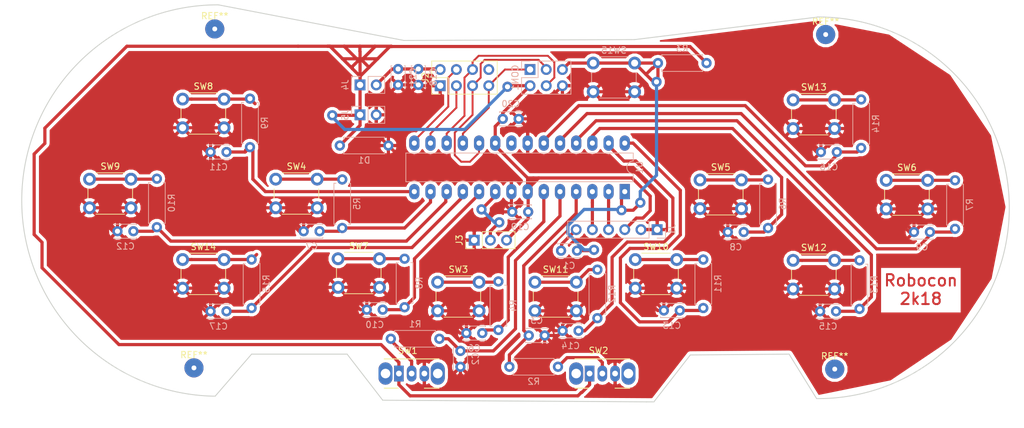
<source format=kicad_pcb>
(kicad_pcb (version 4) (host pcbnew 4.0.7)
  (layers (0 F.Cu signal) (31 B.Cu signal) (34 B.Paste user) (35 F.Paste user) (36 B.SilkS user hide) (37 F.SilkS user hide) (38 B.Mask user) (39 F.Mask user) (44 Edge.Cuts user))
  (net 0 "")
  (net 1 /DTR)
  (net 2 /RST)
  (net 3 GND)
  (net 4 "Net-(C2-Pad2)")
  (net 5 "Net-(C3-Pad2)")
  (net 6 "Net-(C6-Pad2)")
  (net 7 "Net-(C7-Pad2)")
  (net 8 "Net-(C8-Pad2)")
  (net 9 "Net-(C9-Pad2)")
  (net 10 "Net-(C11-Pad2)")
  (net 11 "Net-(C12-Pad2)")
  (net 12 "Net-(C13-Pad2)")
  (net 13 "Net-(C14-Pad2)")
  (net 14 "Net-(C15-Pad2)")
  (net 15 "Net-(C16-Pad2)")
  (net 16 /MISO)
  (net 17 VCC)
  (net 18 /SCK)
  (net 19 /MOSI)
  (net 20 /RX)
  (net 21 /TX)
  (net 22 /CE)
  (net 23 /CSN)
  (net 24 /IRQ)
  (net 25 /DIN)
  (net 26 "Net-(R1-Pad2)")
  (net 27 "Net-(R2-Pad2)")
  (net 28 "Net-(R4-Pad2)")
  (net 29 "Net-(R5-Pad2)")
  (net 30 "Net-(R6-Pad2)")
  (net 31 "Net-(R7-Pad2)")
  (net 32 "Net-(R9-Pad2)")
  (net 33 "Net-(R10-Pad2)")
  (net 34 "Net-(R11-Pad2)")
  (net 35 "Net-(R12-Pad2)")
  (net 36 "Net-(R13-Pad2)")
  (net 37 "Net-(R14-Pad2)")
  (net 38 "Net-(U1-Pad21)")
  (net 39 "Net-(C18-Pad2)")
  (net 40 /SLIDE1)
  (net 41 /SLIDE2)
  (net 42 "Net-(R8-Pad2)")
  (net 43 "Net-(R15-Pad2)")
  (module m3_mount (layer F.Cu) (at 186.5884 83.0199)
    (fp_text reference REF** (at 0 0.5) (layer F.SilkS))
    (fp_text value m3_mount)
    (pad 1 thru_hole circle (at 0 2.54) (size 3 3) (drill 0.762) (layers *.Cu *.Mask))
  )
  (module m3_mount (layer F.Cu) (at 90.7415 82.1436)
    (fp_text reference REF** (at 0 0.5) (layer F.SilkS))
    (fp_text value m3_mount)
    (pad 1 thru_hole circle (at 0 2.54) (size 3 3) (drill 0.762) (layers *.Cu *.Mask))
  )
  (module m3_mount (layer F.Cu) (at 87.4776 135.382)
    (fp_text reference REF** (at 0 0.5) (layer F.SilkS))
    (fp_text value m3_mount)
    (pad 1 thru_hole circle (at 0 2.54) (size 3 3) (drill 0.762) (layers *.Cu *.Mask))
  )
  (module m3_mount (layer F.Cu) (at 188.0108 135.5725)
    (fp_text reference REF** (at 0 0.5) (layer F.SilkS))
    (fp_text value m3_mount)
    (pad 1 thru_hole circle (at 0 2.54) (size 3 3) (drill 0.762) (layers *.Cu *.Mask))
  )
  (module Capacitors_THT:C_Disc_D3.4mm_W2.1mm_P2.50mm (layer B.Cu) (at 142.5067 132.8312 180)
    (fp_text reference C3 (at 1.25 2.36 180) (layer B.SilkS) (effects (justify mirror)))
    (fp_text value C)
    (pad 1 thru_hole circle (at 0 0 180) (size 1.6 1.6) (drill 0.8) (layers *.Cu *.Mask) (net 3 GND))
    (pad 2 thru_hole circle (at 2.5 0 180) (size 1.6 1.6) (drill 0.8) (layers *.Cu *.Mask) (net 5 "Net-(C3-Pad2)"))
  )
  (module Buttons_Switches_THT:SW_PUSH_6mm (layer F.Cu) (at 85.702 120.904)
    (fp_text reference SW14 (at 3.25 -2) (layer F.SilkS))
    (fp_text value SW_Push_Dual)
    (pad 2 thru_hole circle (at 0 4.5 90) (size 2 2) (drill 1.1) (layers *.Cu *.Mask) (net 3 GND))
    (pad 1 thru_hole circle (at 0 0 90) (size 2 2) (drill 1.1) (layers *.Cu *.Mask) (net 43 "Net-(R15-Pad2)"))
    (pad 2 thru_hole circle (at 6.5 4.5 90) (size 2 2) (drill 1.1) (layers *.Cu *.Mask) (net 3 GND))
    (pad 1 thru_hole circle (at 6.5 0 90) (size 2 2) (drill 1.1) (layers *.Cu *.Mask) (net 43 "Net-(R15-Pad2)"))
  )
  (module Buttons_Switches_THT:SW_PUSH_6mm (layer F.Cu) (at 100.307 108.276)
    (fp_text reference SW4 (at 3.25 -2) (layer F.SilkS))
    (fp_text value SW_Push_Dual)
    (pad 2 thru_hole circle (at 0 4.5 90) (size 2 2) (drill 1.1) (layers *.Cu *.Mask) (net 3 GND))
    (pad 1 thru_hole circle (at 0 0 90) (size 2 2) (drill 1.1) (layers *.Cu *.Mask) (net 29 "Net-(R5-Pad2)"))
    (pad 2 thru_hole circle (at 6.5 4.5 90) (size 2 2) (drill 1.1) (layers *.Cu *.Mask) (net 3 GND))
    (pad 1 thru_hole circle (at 6.5 0 90) (size 2 2) (drill 1.1) (layers *.Cu *.Mask) (net 29 "Net-(R5-Pad2)"))
  )
  (module Buttons_Switches_THT:SW_CuK_OS102011MA1QN1_SPDT_Angled (layer F.Cu) (at 149.547 138.811)
    (fp_text reference SW2 (at 1.4 -3.6) (layer F.SilkS))
    (fp_text value SW_SPDT)
    (pad 1 thru_hole rect (at 0 0) (size 1.5 2.5) (drill 0.9) (layers *.Cu *.Mask) (net 17 VCC))
    (pad 2 thru_hole oval (at 2 0) (size 1.5 2.5) (drill 0.9) (layers *.Cu *.Mask) (net 27 "Net-(R2-Pad2)"))
    (pad 3 thru_hole oval (at 4 0) (size 1.5 2.5) (drill 0.9) (layers *.Cu *.Mask) (net 3 GND))
    (pad "" thru_hole oval (at -2.1 0) (size 2.2 3.5) (drill 1.5) (layers *.Cu *.Mask))
    (pad "" thru_hole oval (at 6.1 0) (size 2.2 3.5) (drill 1.5) (layers *.Cu *.Mask))
  )
  (module Buttons_Switches_THT:SW_CuK_OS102011MA1QN1_SPDT_Angled (layer F.Cu) (at 119.63 138.811)
    (fp_text reference SW1 (at 1.4 -3.6) (layer F.SilkS))
    (fp_text value SW_SPDT)
    (pad 1 thru_hole rect (at 0 0) (size 1.5 2.5) (drill 0.9) (layers *.Cu *.Mask) (net 17 VCC))
    (pad 2 thru_hole oval (at 2 0) (size 1.5 2.5) (drill 0.9) (layers *.Cu *.Mask) (net 26 "Net-(R1-Pad2)"))
    (pad 3 thru_hole oval (at 4 0) (size 1.5 2.5) (drill 0.9) (layers *.Cu *.Mask) (net 3 GND))
    (pad "" thru_hole oval (at -2.1 0) (size 2.2 3.5) (drill 1.5) (layers *.Cu *.Mask))
    (pad "" thru_hole oval (at 6.1 0) (size 2.2 3.5) (drill 1.5) (layers *.Cu *.Mask))
  )
  (module Capacitors_THT:C_Disc_D3.4mm_W2.1mm_P2.50mm (layer B.Cu) (at 145.074 119.507)
    (fp_text reference C1 (at 1.25 2.36) (layer B.SilkS) (effects (justify mirror)))
    (fp_text value C)
    (pad 1 thru_hole circle (at 0 0) (size 1.6 1.6) (drill 0.8) (layers *.Cu *.Mask) (net 1 /DTR))
    (pad 2 thru_hole circle (at 2.5 0) (size 1.6 1.6) (drill 0.8) (layers *.Cu *.Mask) (net 2 /RST))
  )
  (module Capacitors_THT:C_Disc_D3.4mm_W2.1mm_P2.50mm (layer B.Cu) (at 129.286 137.755 90)
    (fp_text reference C2 (at 1.25 2.36 90) (layer B.SilkS) (effects (justify mirror)))
    (fp_text value C)
    (pad 1 thru_hole circle (at 0 0 90) (size 1.6 1.6) (drill 0.8) (layers *.Cu *.Mask) (net 3 GND))
    (pad 2 thru_hole circle (at 2.5 0 90) (size 1.6 1.6) (drill 0.8) (layers *.Cu *.Mask) (net 4 "Net-(C2-Pad2)"))
  )
  (module Capacitors_THT:C_Disc_D3.4mm_W2.1mm_P2.50mm (layer B.Cu) (at 130.215 132.461)
    (fp_text reference C6 (at 1.25 2.36) (layer B.SilkS) (effects (justify mirror)))
    (fp_text value C)
    (pad 1 thru_hole circle (at 0 0) (size 1.6 1.6) (drill 0.8) (layers *.Cu *.Mask) (net 3 GND))
    (pad 2 thru_hole circle (at 2.5 0) (size 1.6 1.6) (drill 0.8) (layers *.Cu *.Mask) (net 6 "Net-(C6-Pad2)"))
  )
  (module Capacitors_THT:C_Disc_D3.4mm_W2.1mm_P2.50mm (layer B.Cu) (at 104.688 116.459)
    (fp_text reference C7 (at 1.25 2.36) (layer B.SilkS) (effects (justify mirror)))
    (fp_text value C)
    (pad 1 thru_hole circle (at 0 0) (size 1.6 1.6) (drill 0.8) (layers *.Cu *.Mask) (net 3 GND))
    (pad 2 thru_hole circle (at 2.5 0) (size 1.6 1.6) (drill 0.8) (layers *.Cu *.Mask) (net 7 "Net-(C7-Pad2)"))
  )
  (module Capacitors_THT:C_Disc_D3.4mm_W2.1mm_P2.50mm (layer B.Cu) (at 171.236 116.586)
    (fp_text reference C8 (at 1.25 2.36) (layer B.SilkS) (effects (justify mirror)))
    (fp_text value C)
    (pad 1 thru_hole circle (at 0 0) (size 1.6 1.6) (drill 0.8) (layers *.Cu *.Mask) (net 3 GND))
    (pad 2 thru_hole circle (at 2.5 0) (size 1.6 1.6) (drill 0.8) (layers *.Cu *.Mask) (net 8 "Net-(C8-Pad2)"))
  )
  (module Capacitors_THT:C_Disc_D3.4mm_W2.1mm_P2.50mm (layer B.Cu) (at 200.446 116.586)
    (fp_text reference C9 (at 1.25 2.36) (layer B.SilkS) (effects (justify mirror)))
    (fp_text value C)
    (pad 1 thru_hole circle (at 0 0) (size 1.6 1.6) (drill 0.8) (layers *.Cu *.Mask) (net 3 GND))
    (pad 2 thru_hole circle (at 2.5 0) (size 1.6 1.6) (drill 0.8) (layers *.Cu *.Mask) (net 9 "Net-(C9-Pad2)"))
  )
  (module Capacitors_THT:C_Disc_D3.4mm_W2.1mm_P2.50mm (layer B.Cu) (at 114.594 128.778)
    (fp_text reference C10 (at 1.25 2.36) (layer B.SilkS) (effects (justify mirror)))
    (fp_text value C)
    (pad 1 thru_hole circle (at 0 0) (size 1.6 1.6) (drill 0.8) (layers *.Cu *.Mask) (net 3 GND))
    (pad 2 thru_hole circle (at 2.5 0) (size 1.6 1.6) (drill 0.8) (layers *.Cu *.Mask) (net 40 /SLIDE1))
  )
  (module Capacitors_THT:C_Disc_D3.4mm_W2.1mm_P2.50mm (layer B.Cu) (at 90.083 104.013)
    (fp_text reference C11 (at 1.25 2.36) (layer B.SilkS) (effects (justify mirror)))
    (fp_text value C)
    (pad 1 thru_hole circle (at 0 0) (size 1.6 1.6) (drill 0.8) (layers *.Cu *.Mask) (net 3 GND))
    (pad 2 thru_hole circle (at 2.5 0) (size 1.6 1.6) (drill 0.8) (layers *.Cu *.Mask) (net 10 "Net-(C11-Pad2)"))
  )
  (module Capacitors_THT:C_Disc_D3.4mm_W2.1mm_P2.50mm (layer B.Cu) (at 75.478 116.459)
    (fp_text reference C12 (at 1.25 2.36) (layer B.SilkS) (effects (justify mirror)))
    (fp_text value C)
    (pad 1 thru_hole circle (at 0 0) (size 1.6 1.6) (drill 0.8) (layers *.Cu *.Mask) (net 3 GND))
    (pad 2 thru_hole circle (at 2.5 0) (size 1.6 1.6) (drill 0.8) (layers *.Cu *.Mask) (net 11 "Net-(C12-Pad2)"))
  )
  (module Capacitors_THT:C_Disc_D3.4mm_W2.1mm_P2.50mm (layer B.Cu) (at 161.203 128.905)
    (fp_text reference C13 (at 1.25 2.36) (layer B.SilkS) (effects (justify mirror)))
    (fp_text value C)
    (pad 1 thru_hole circle (at 0 0) (size 1.6 1.6) (drill 0.8) (layers *.Cu *.Mask) (net 3 GND))
    (pad 2 thru_hole circle (at 2.5 0) (size 1.6 1.6) (drill 0.8) (layers *.Cu *.Mask) (net 12 "Net-(C13-Pad2)"))
  )
  (module Capacitors_THT:C_Disc_D3.4mm_W2.1mm_P2.50mm (layer B.Cu) (at 145.3153 132.0927)
    (fp_text reference C14 (at 1.25 2.36) (layer B.SilkS) (effects (justify mirror)))
    (fp_text value C)
    (pad 1 thru_hole circle (at 0 0) (size 1.6 1.6) (drill 0.8) (layers *.Cu *.Mask) (net 3 GND))
    (pad 2 thru_hole circle (at 2.5 0) (size 1.6 1.6) (drill 0.8) (layers *.Cu *.Mask) (net 13 "Net-(C14-Pad2)"))
  )
  (module Capacitors_THT:C_Disc_D3.4mm_W2.1mm_P2.50mm (layer B.Cu) (at 185.714 129.032)
    (fp_text reference C15 (at 1.25 2.36) (layer B.SilkS) (effects (justify mirror)))
    (fp_text value C)
    (pad 1 thru_hole circle (at 0 0) (size 1.6 1.6) (drill 0.8) (layers *.Cu *.Mask) (net 3 GND))
    (pad 2 thru_hole circle (at 2.5 0) (size 1.6 1.6) (drill 0.8) (layers *.Cu *.Mask) (net 14 "Net-(C15-Pad2)"))
  )
  (module Capacitors_THT:C_Disc_D3.4mm_W2.1mm_P2.50mm (layer B.Cu) (at 185.841 104.013)
    (fp_text reference C16 (at 1.25 2.36) (layer B.SilkS) (effects (justify mirror)))
    (fp_text value C)
    (pad 1 thru_hole circle (at 0 0) (size 1.6 1.6) (drill 0.8) (layers *.Cu *.Mask) (net 3 GND))
    (pad 2 thru_hole circle (at 2.5 0) (size 1.6 1.6) (drill 0.8) (layers *.Cu *.Mask) (net 15 "Net-(C16-Pad2)"))
  )
  (module Capacitors_THT:C_Disc_D3.4mm_W2.1mm_P2.50mm (layer B.Cu) (at 90.083 129.032)
    (fp_text reference C17 (at 1.25 2.36) (layer B.SilkS) (effects (justify mirror)))
    (fp_text value C)
    (pad 1 thru_hole circle (at 0 0) (size 1.6 1.6) (drill 0.8) (layers *.Cu *.Mask) (net 3 GND))
    (pad 2 thru_hole circle (at 2.5 0) (size 1.6 1.6) (drill 0.8) (layers *.Cu *.Mask) (net 41 /SLIDE2))
  )
  (module Pin_Headers:Pin_Header_Straight_2x03_Pitch2.54mm (layer B.Cu) (at 140.208 91.059 270)
    (fp_text reference CON1 (at 1.27 2.33 270) (layer B.SilkS) (effects (justify mirror)))
    (fp_text value AVR-ISP-6)
    (pad 1 thru_hole rect (at 0 0 270) (size 1.7 1.7) (drill 1) (layers *.Cu *.Mask) (net 16 /MISO))
    (pad 2 thru_hole oval (at 2.54 0 270) (size 1.7 1.7) (drill 1) (layers *.Cu *.Mask) (net 17 VCC))
    (pad 3 thru_hole oval (at 0 -2.54 270) (size 1.7 1.7) (drill 1) (layers *.Cu *.Mask) (net 18 /SCK))
    (pad 4 thru_hole oval (at 2.54 -2.54 270) (size 1.7 1.7) (drill 1) (layers *.Cu *.Mask) (net 19 /MOSI))
    (pad 5 thru_hole oval (at 0 -5.08 270) (size 1.7 1.7) (drill 1) (layers *.Cu *.Mask) (net 2 /RST))
    (pad 6 thru_hole oval (at 2.54 -5.08 270) (size 1.7 1.7) (drill 1) (layers *.Cu *.Mask) (net 3 GND))
  )
  (module Pin_Headers:Pin_Header_Straight_1x03_Pitch2.54mm (layer F.Cu) (at 131.445 117.856 90)
    (fp_text reference J3 (at 0 -2.33 90) (layer F.SilkS))
    (fp_text value NEO_PIXIE)
    (pad 1 thru_hole rect (at 0 0 90) (size 1.7 1.7) (drill 1) (layers *.Cu *.Mask) (net 3 GND))
    (pad 2 thru_hole oval (at 0 2.54 90) (size 1.7 1.7) (drill 1) (layers *.Cu *.Mask) (net 25 /DIN))
    (pad 3 thru_hole oval (at 0 5.08 90) (size 1.7 1.7) (drill 1) (layers *.Cu *.Mask) (net 17 VCC))
  )
  (module Pin_Headers:Pin_Header_Straight_1x02_Pitch2.54mm (layer B.Cu) (at 113.538 93.472 270)
    (fp_text reference J4 (at 0 2.33 270) (layer B.SilkS) (effects (justify mirror)))
    (fp_text value Conn_01x02_Male)
    (pad 1 thru_hole rect (at 0 0 270) (size 1.7 1.7) (drill 1) (layers *.Cu *.Mask) (net 17 VCC))
    (pad 2 thru_hole oval (at 0 -2.54 270) (size 1.7 1.7) (drill 1) (layers *.Cu *.Mask) (net 39 "Net-(C18-Pad2)"))
  )
  (module Resistors_THT:R_Axial_DIN0207_L6.3mm_D2.5mm_P7.62mm_Horizontal (layer B.Cu) (at 125.984 133.35 180)
    (fp_text reference R1 (at 3.81 2.31 180) (layer B.SilkS) (effects (justify mirror)))
    (fp_text value R)
    (pad 1 thru_hole circle (at 0 0 180) (size 1.6 1.6) (drill 0.8) (layers *.Cu *.Mask) (net 4 "Net-(C2-Pad2)"))
    (pad 2 thru_hole oval (at 7.62 0 180) (size 1.6 1.6) (drill 0.8) (layers *.Cu *.Mask) (net 26 "Net-(R1-Pad2)"))
  )
  (module Resistors_THT:R_Axial_DIN0207_L6.3mm_D2.5mm_P7.62mm_Horizontal (layer B.Cu) (at 136.9695 137.7442)
    (fp_text reference R2 (at 3.81 2.31) (layer B.SilkS) (effects (justify mirror)))
    (fp_text value R)
    (pad 1 thru_hole circle (at 0 0) (size 1.6 1.6) (drill 0.8) (layers *.Cu *.Mask) (net 5 "Net-(C3-Pad2)"))
    (pad 2 thru_hole oval (at 7.62 0) (size 1.6 1.6) (drill 0.8) (layers *.Cu *.Mask) (net 27 "Net-(R2-Pad2)"))
  )
  (module Resistors_THT:R_Axial_DIN0207_L6.3mm_D2.5mm_P7.62mm_Horizontal (layer B.Cu) (at 167.894 90.043 180)
    (fp_text reference R3 (at 3.81 2.31 180) (layer B.SilkS) (effects (justify mirror)))
    (fp_text value 10K)
    (pad 1 thru_hole circle (at 0 0 180) (size 1.6 1.6) (drill 0.8) (layers *.Cu *.Mask) (net 17 VCC))
    (pad 2 thru_hole oval (at 7.62 0 180) (size 1.6 1.6) (drill 0.8) (layers *.Cu *.Mask) (net 2 /RST))
  )
  (module Resistors_THT:R_Axial_DIN0207_L6.3mm_D2.5mm_P7.62mm_Horizontal (layer B.Cu) (at 135.2423 131.9657 90)
    (fp_text reference R4 (at 3.81 2.31 90) (layer B.SilkS) (effects (justify mirror)))
    (fp_text value R)
    (pad 1 thru_hole circle (at 0 0 90) (size 1.6 1.6) (drill 0.8) (layers *.Cu *.Mask) (net 6 "Net-(C6-Pad2)"))
    (pad 2 thru_hole oval (at 7.62 0 90) (size 1.6 1.6) (drill 0.8) (layers *.Cu *.Mask) (net 28 "Net-(R4-Pad2)"))
  )
  (module Resistors_THT:R_Axial_DIN0207_L6.3mm_D2.5mm_P7.62mm_Horizontal (layer B.Cu) (at 110.744 115.951 90)
    (fp_text reference R5 (at 3.81 2.31 90) (layer B.SilkS) (effects (justify mirror)))
    (fp_text value R)
    (pad 1 thru_hole circle (at 0 0 90) (size 1.6 1.6) (drill 0.8) (layers *.Cu *.Mask) (net 7 "Net-(C7-Pad2)"))
    (pad 2 thru_hole oval (at 7.62 0 90) (size 1.6 1.6) (drill 0.8) (layers *.Cu *.Mask) (net 29 "Net-(R5-Pad2)"))
  )
  (module Resistors_THT:R_Axial_DIN0207_L6.3mm_D2.5mm_P7.62mm_Horizontal (layer B.Cu) (at 177.546 115.951 90)
    (fp_text reference R6 (at 3.81 2.31 90) (layer B.SilkS) (effects (justify mirror)))
    (fp_text value R)
    (pad 1 thru_hole circle (at 0 0 90) (size 1.6 1.6) (drill 0.8) (layers *.Cu *.Mask) (net 8 "Net-(C8-Pad2)"))
    (pad 2 thru_hole oval (at 7.62 0 90) (size 1.6 1.6) (drill 0.8) (layers *.Cu *.Mask) (net 30 "Net-(R6-Pad2)"))
  )
  (module Resistors_THT:R_Axial_DIN0207_L6.3mm_D2.5mm_P7.62mm_Horizontal (layer B.Cu) (at 206.883 116.078 90)
    (fp_text reference R7 (at 3.81 2.31 90) (layer B.SilkS) (effects (justify mirror)))
    (fp_text value R)
    (pad 1 thru_hole circle (at 0 0 90) (size 1.6 1.6) (drill 0.8) (layers *.Cu *.Mask) (net 9 "Net-(C9-Pad2)"))
    (pad 2 thru_hole oval (at 7.62 0 90) (size 1.6 1.6) (drill 0.8) (layers *.Cu *.Mask) (net 31 "Net-(R7-Pad2)"))
  )
  (module Resistors_THT:R_Axial_DIN0207_L6.3mm_D2.5mm_P7.62mm_Horizontal (layer B.Cu) (at 120.523 128.397 90)
    (fp_text reference R8 (at 3.81 2.31 90) (layer B.SilkS) (effects (justify mirror)))
    (fp_text value R)
    (pad 1 thru_hole circle (at 0 0 90) (size 1.6 1.6) (drill 0.8) (layers *.Cu *.Mask) (net 40 /SLIDE1))
    (pad 2 thru_hole oval (at 7.62 0 90) (size 1.6 1.6) (drill 0.8) (layers *.Cu *.Mask) (net 42 "Net-(R8-Pad2)"))
  )
  (module Resistors_THT:R_Axial_DIN0207_L6.3mm_D2.5mm_P7.62mm_Horizontal (layer B.Cu) (at 96.266 103.251 90)
    (fp_text reference R9 (at 3.81 2.31 90) (layer B.SilkS) (effects (justify mirror)))
    (fp_text value R)
    (pad 1 thru_hole circle (at 0 0 90) (size 1.6 1.6) (drill 0.8) (layers *.Cu *.Mask) (net 10 "Net-(C11-Pad2)"))
    (pad 2 thru_hole oval (at 7.62 0 90) (size 1.6 1.6) (drill 0.8) (layers *.Cu *.Mask) (net 32 "Net-(R9-Pad2)"))
  )
  (module Resistors_THT:R_Axial_DIN0207_L6.3mm_D2.5mm_P7.62mm_Horizontal (layer B.Cu) (at 81.661 115.824 90)
    (fp_text reference R10 (at 3.81 2.31 90) (layer B.SilkS) (effects (justify mirror)))
    (fp_text value R)
    (pad 1 thru_hole circle (at 0 0 90) (size 1.6 1.6) (drill 0.8) (layers *.Cu *.Mask) (net 11 "Net-(C12-Pad2)"))
    (pad 2 thru_hole oval (at 7.62 0 90) (size 1.6 1.6) (drill 0.8) (layers *.Cu *.Mask) (net 33 "Net-(R10-Pad2)"))
  )
  (module Resistors_THT:R_Axial_DIN0207_L6.3mm_D2.5mm_P7.62mm_Horizontal (layer B.Cu) (at 167.386 128.524 90)
    (fp_text reference R11 (at 3.81 2.31 90) (layer B.SilkS) (effects (justify mirror)))
    (fp_text value R)
    (pad 1 thru_hole circle (at 0 0 90) (size 1.6 1.6) (drill 0.8) (layers *.Cu *.Mask) (net 12 "Net-(C13-Pad2)"))
    (pad 2 thru_hole oval (at 7.62 0 90) (size 1.6 1.6) (drill 0.8) (layers *.Cu *.Mask) (net 34 "Net-(R11-Pad2)"))
  )
  (module Resistors_THT:R_Axial_DIN0207_L6.3mm_D2.5mm_P7.62mm_Horizontal (layer B.Cu) (at 150.7744 130.1115 90)
    (fp_text reference R12 (at 3.81 2.31 90) (layer B.SilkS) (effects (justify mirror)))
    (fp_text value R)
    (pad 1 thru_hole circle (at 0 0 90) (size 1.6 1.6) (drill 0.8) (layers *.Cu *.Mask) (net 13 "Net-(C14-Pad2)"))
    (pad 2 thru_hole oval (at 7.62 0 90) (size 1.6 1.6) (drill 0.8) (layers *.Cu *.Mask) (net 35 "Net-(R12-Pad2)"))
  )
  (module Resistors_THT:R_Axial_DIN0207_L6.3mm_D2.5mm_P7.62mm_Horizontal (layer B.Cu) (at 191.897 128.651 90)
    (fp_text reference R13 (at 3.81 2.31 90) (layer B.SilkS) (effects (justify mirror)))
    (fp_text value R)
    (pad 1 thru_hole circle (at 0 0 90) (size 1.6 1.6) (drill 0.8) (layers *.Cu *.Mask) (net 14 "Net-(C15-Pad2)"))
    (pad 2 thru_hole oval (at 7.62 0 90) (size 1.6 1.6) (drill 0.8) (layers *.Cu *.Mask) (net 36 "Net-(R13-Pad2)"))
  )
  (module Resistors_THT:R_Axial_DIN0207_L6.3mm_D2.5mm_P7.62mm_Horizontal (layer B.Cu) (at 192.151 103.378 90)
    (fp_text reference R14 (at 3.81 2.31 90) (layer B.SilkS) (effects (justify mirror)))
    (fp_text value R)
    (pad 1 thru_hole circle (at 0 0 90) (size 1.6 1.6) (drill 0.8) (layers *.Cu *.Mask) (net 15 "Net-(C16-Pad2)"))
    (pad 2 thru_hole oval (at 7.62 0 90) (size 1.6 1.6) (drill 0.8) (layers *.Cu *.Mask) (net 37 "Net-(R14-Pad2)"))
  )
  (module Resistors_THT:R_Axial_DIN0207_L6.3mm_D2.5mm_P7.62mm_Horizontal (layer B.Cu) (at 96.52 128.524 90)
    (fp_text reference R15 (at 3.81 2.31 90) (layer B.SilkS) (effects (justify mirror)))
    (fp_text value R)
    (pad 1 thru_hole circle (at 0 0 90) (size 1.6 1.6) (drill 0.8) (layers *.Cu *.Mask) (net 41 /SLIDE2))
    (pad 2 thru_hole oval (at 7.62 0 90) (size 1.6 1.6) (drill 0.8) (layers *.Cu *.Mask) (net 43 "Net-(R15-Pad2)"))
  )
  (module Buttons_Switches_THT:SW_PUSH_6mm (layer F.Cu) (at 125.707 124.46)
    (fp_text reference SW3 (at 3.25 -2) (layer F.SilkS))
    (fp_text value SW_Push_Dual)
    (pad 2 thru_hole circle (at 0 4.5 90) (size 2 2) (drill 1.1) (layers *.Cu *.Mask) (net 3 GND))
    (pad 1 thru_hole circle (at 0 0 90) (size 2 2) (drill 1.1) (layers *.Cu *.Mask) (net 28 "Net-(R4-Pad2)"))
    (pad 2 thru_hole circle (at 6.5 4.5 90) (size 2 2) (drill 1.1) (layers *.Cu *.Mask) (net 3 GND))
    (pad 1 thru_hole circle (at 6.5 0 90) (size 2 2) (drill 1.1) (layers *.Cu *.Mask) (net 28 "Net-(R4-Pad2)"))
  )
  (module Buttons_Switches_THT:SW_PUSH_6mm (layer F.Cu) (at 166.878 108.403)
    (fp_text reference SW5 (at 3.25 -2) (layer F.SilkS))
    (fp_text value SW_Push_Dual)
    (pad 2 thru_hole circle (at 0 4.5 90) (size 2 2) (drill 1.1) (layers *.Cu *.Mask) (net 3 GND))
    (pad 1 thru_hole circle (at 0 0 90) (size 2 2) (drill 1.1) (layers *.Cu *.Mask) (net 30 "Net-(R6-Pad2)"))
    (pad 2 thru_hole circle (at 6.5 4.5 90) (size 2 2) (drill 1.1) (layers *.Cu *.Mask) (net 3 GND))
    (pad 1 thru_hole circle (at 6.5 0 90) (size 2 2) (drill 1.1) (layers *.Cu *.Mask) (net 30 "Net-(R6-Pad2)"))
  )
  (module Buttons_Switches_THT:SW_PUSH_6mm (layer F.Cu) (at 196.088 108.458)
    (fp_text reference SW6 (at 3.25 -2) (layer F.SilkS))
    (fp_text value SW_Push_Dual)
    (pad 2 thru_hole circle (at 0 4.5 90) (size 2 2) (drill 1.1) (layers *.Cu *.Mask) (net 3 GND))
    (pad 1 thru_hole circle (at 0 0 90) (size 2 2) (drill 1.1) (layers *.Cu *.Mask) (net 31 "Net-(R7-Pad2)"))
    (pad 2 thru_hole circle (at 6.5 4.5 90) (size 2 2) (drill 1.1) (layers *.Cu *.Mask) (net 3 GND))
    (pad 1 thru_hole circle (at 6.5 0 90) (size 2 2) (drill 1.1) (layers *.Cu *.Mask) (net 31 "Net-(R7-Pad2)"))
  )
  (module Buttons_Switches_THT:SW_PUSH_6mm (layer F.Cu) (at 110.086 120.777)
    (fp_text reference SW7 (at 3.25 -2) (layer F.SilkS))
    (fp_text value SW_Push_Dual)
    (pad 2 thru_hole circle (at 0 4.5 90) (size 2 2) (drill 1.1) (layers *.Cu *.Mask) (net 3 GND))
    (pad 1 thru_hole circle (at 0 0 90) (size 2 2) (drill 1.1) (layers *.Cu *.Mask) (net 42 "Net-(R8-Pad2)"))
    (pad 2 thru_hole circle (at 6.5 4.5 90) (size 2 2) (drill 1.1) (layers *.Cu *.Mask) (net 3 GND))
    (pad 1 thru_hole circle (at 6.5 0 90) (size 2 2) (drill 1.1) (layers *.Cu *.Mask) (net 42 "Net-(R8-Pad2)"))
  )
  (module Buttons_Switches_THT:SW_PUSH_6mm (layer F.Cu) (at 85.702 95.703)
    (fp_text reference SW8 (at 3.25 -2) (layer F.SilkS))
    (fp_text value SW_Push_Dual)
    (pad 2 thru_hole circle (at 0 4.5 90) (size 2 2) (drill 1.1) (layers *.Cu *.Mask) (net 3 GND))
    (pad 1 thru_hole circle (at 0 0 90) (size 2 2) (drill 1.1) (layers *.Cu *.Mask) (net 32 "Net-(R9-Pad2)"))
    (pad 2 thru_hole circle (at 6.5 4.5 90) (size 2 2) (drill 1.1) (layers *.Cu *.Mask) (net 3 GND))
    (pad 1 thru_hole circle (at 6.5 0 90) (size 2 2) (drill 1.1) (layers *.Cu *.Mask) (net 32 "Net-(R9-Pad2)"))
  )
  (module Buttons_Switches_THT:SW_PUSH_6mm (layer F.Cu) (at 71.097 108.276)
    (fp_text reference SW9 (at 3.25 -2) (layer F.SilkS))
    (fp_text value SW_Push_Dual)
    (pad 2 thru_hole circle (at 0 4.5 90) (size 2 2) (drill 1.1) (layers *.Cu *.Mask) (net 3 GND))
    (pad 1 thru_hole circle (at 0 0 90) (size 2 2) (drill 1.1) (layers *.Cu *.Mask) (net 33 "Net-(R10-Pad2)"))
    (pad 2 thru_hole circle (at 6.5 4.5 90) (size 2 2) (drill 1.1) (layers *.Cu *.Mask) (net 3 GND))
    (pad 1 thru_hole circle (at 6.5 0 90) (size 2 2) (drill 1.1) (layers *.Cu *.Mask) (net 33 "Net-(R10-Pad2)"))
  )
  (module Buttons_Switches_THT:SW_PUSH_6mm (layer F.Cu) (at 156.718 120.904)
    (fp_text reference SW10 (at 3.25 -2) (layer F.SilkS))
    (fp_text value SW_Push_Dual)
    (pad 2 thru_hole circle (at 0 4.5 90) (size 2 2) (drill 1.1) (layers *.Cu *.Mask) (net 3 GND))
    (pad 1 thru_hole circle (at 0 0 90) (size 2 2) (drill 1.1) (layers *.Cu *.Mask) (net 34 "Net-(R11-Pad2)"))
    (pad 2 thru_hole circle (at 6.5 4.5 90) (size 2 2) (drill 1.1) (layers *.Cu *.Mask) (net 3 GND))
    (pad 1 thru_hole circle (at 6.5 0 90) (size 2 2) (drill 1.1) (layers *.Cu *.Mask) (net 34 "Net-(R11-Pad2)"))
  )
  (module Buttons_Switches_THT:SW_PUSH_6mm (layer F.Cu) (at 140.97 124.46)
    (fp_text reference SW11 (at 3.25 -2) (layer F.SilkS))
    (fp_text value SW_Push_Dual)
    (pad 2 thru_hole circle (at 0 4.5 90) (size 2 2) (drill 1.1) (layers *.Cu *.Mask) (net 3 GND))
    (pad 1 thru_hole circle (at 0 0 90) (size 2 2) (drill 1.1) (layers *.Cu *.Mask) (net 35 "Net-(R12-Pad2)"))
    (pad 2 thru_hole circle (at 6.5 4.5 90) (size 2 2) (drill 1.1) (layers *.Cu *.Mask) (net 3 GND))
    (pad 1 thru_hole circle (at 6.5 0 90) (size 2 2) (drill 1.1) (layers *.Cu *.Mask) (net 35 "Net-(R12-Pad2)"))
  )
  (module Buttons_Switches_THT:SW_PUSH_6mm (layer F.Cu) (at 181.483 121.031)
    (fp_text reference SW12 (at 3.25 -2) (layer F.SilkS))
    (fp_text value SW_Push_Dual)
    (pad 2 thru_hole circle (at 0 4.5 90) (size 2 2) (drill 1.1) (layers *.Cu *.Mask) (net 3 GND))
    (pad 1 thru_hole circle (at 0 0 90) (size 2 2) (drill 1.1) (layers *.Cu *.Mask) (net 36 "Net-(R13-Pad2)"))
    (pad 2 thru_hole circle (at 6.5 4.5 90) (size 2 2) (drill 1.1) (layers *.Cu *.Mask) (net 3 GND))
    (pad 1 thru_hole circle (at 6.5 0 90) (size 2 2) (drill 1.1) (layers *.Cu *.Mask) (net 36 "Net-(R13-Pad2)"))
  )
  (module Buttons_Switches_THT:SW_PUSH_6mm (layer F.Cu) (at 181.483 95.83)
    (fp_text reference SW13 (at 3.25 -2) (layer F.SilkS))
    (fp_text value SW_Push_Dual)
    (pad 2 thru_hole circle (at 0 4.5 90) (size 2 2) (drill 1.1) (layers *.Cu *.Mask) (net 3 GND))
    (pad 1 thru_hole circle (at 0 0 90) (size 2 2) (drill 1.1) (layers *.Cu *.Mask) (net 37 "Net-(R14-Pad2)"))
    (pad 2 thru_hole circle (at 6.5 4.5 90) (size 2 2) (drill 1.1) (layers *.Cu *.Mask) (net 3 GND))
    (pad 1 thru_hole circle (at 6.5 0 90) (size 2 2) (drill 1.1) (layers *.Cu *.Mask) (net 37 "Net-(R14-Pad2)"))
  )
  (module Housings_DIP:DIP-28_W7.62mm_LongPads (layer B.Cu) (at 155.067 110.236 90)
    (fp_text reference U1 (at 3.81 2.33 90) (layer B.SilkS) (effects (justify mirror)))
    (fp_text value ATMEGA328P-PU)
    (pad 1 thru_hole rect (at 0 0 90) (size 2.4 1.6) (drill 0.8) (layers *.Cu *.Mask) (net 2 /RST))
    (pad 15 thru_hole oval (at 7.62 -33.02 90) (size 2.4 1.6) (drill 0.8) (layers *.Cu *.Mask) (net 23 /CSN))
    (pad 2 thru_hole oval (at 0 -2.54 90) (size 2.4 1.6) (drill 0.8) (layers *.Cu *.Mask) (net 20 /RX))
    (pad 16 thru_hole oval (at 7.62 -30.48 90) (size 2.4 1.6) (drill 0.8) (layers *.Cu *.Mask) (net 22 /CE))
    (pad 3 thru_hole oval (at 0 -5.08 90) (size 2.4 1.6) (drill 0.8) (layers *.Cu *.Mask) (net 21 /TX))
    (pad 17 thru_hole oval (at 7.62 -27.94 90) (size 2.4 1.6) (drill 0.8) (layers *.Cu *.Mask) (net 19 /MOSI))
    (pad 4 thru_hole oval (at 0 -7.62 90) (size 2.4 1.6) (drill 0.8) (layers *.Cu *.Mask) (net 5 "Net-(C3-Pad2)"))
    (pad 18 thru_hole oval (at 7.62 -25.4 90) (size 2.4 1.6) (drill 0.8) (layers *.Cu *.Mask) (net 16 /MISO))
    (pad 5 thru_hole oval (at 0 -10.16 90) (size 2.4 1.6) (drill 0.8) (layers *.Cu *.Mask) (net 4 "Net-(C2-Pad2)"))
    (pad 19 thru_hole oval (at 7.62 -22.86 90) (size 2.4 1.6) (drill 0.8) (layers *.Cu *.Mask) (net 18 /SCK))
    (pad 6 thru_hole oval (at 0 -12.7 90) (size 2.4 1.6) (drill 0.8) (layers *.Cu *.Mask) (net 6 "Net-(C6-Pad2)"))
    (pad 20 thru_hole oval (at 7.62 -20.32 90) (size 2.4 1.6) (drill 0.8) (layers *.Cu *.Mask) (net 17 VCC))
    (pad 7 thru_hole oval (at 0 -15.24 90) (size 2.4 1.6) (drill 0.8) (layers *.Cu *.Mask) (net 17 VCC))
    (pad 21 thru_hole oval (at 7.62 -17.78 90) (size 2.4 1.6) (drill 0.8) (layers *.Cu *.Mask) (net 38 "Net-(U1-Pad21)"))
    (pad 8 thru_hole oval (at 0 -17.78 90) (size 2.4 1.6) (drill 0.8) (layers *.Cu *.Mask) (net 3 GND))
    (pad 22 thru_hole oval (at 7.62 -15.24 90) (size 2.4 1.6) (drill 0.8) (layers *.Cu *.Mask) (net 3 GND))
    (pad 9 thru_hole oval (at 0 -20.32 90) (size 2.4 1.6) (drill 0.8) (layers *.Cu *.Mask) (net 25 /DIN))
    (pad 23 thru_hole oval (at 7.62 -12.7 90) (size 2.4 1.6) (drill 0.8) (layers *.Cu *.Mask) (net 15 "Net-(C16-Pad2)"))
    (pad 10 thru_hole oval (at 0 -22.86 90) (size 2.4 1.6) (drill 0.8) (layers *.Cu *.Mask) (net 40 /SLIDE1))
    (pad 24 thru_hole oval (at 7.62 -10.16 90) (size 2.4 1.6) (drill 0.8) (layers *.Cu *.Mask) (net 9 "Net-(C9-Pad2)"))
    (pad 11 thru_hole oval (at 0 -25.4 90) (size 2.4 1.6) (drill 0.8) (layers *.Cu *.Mask) (net 41 /SLIDE2))
    (pad 25 thru_hole oval (at 7.62 -7.62 90) (size 2.4 1.6) (drill 0.8) (layers *.Cu *.Mask) (net 14 "Net-(C15-Pad2)"))
    (pad 12 thru_hole oval (at 0 -27.94 90) (size 2.4 1.6) (drill 0.8) (layers *.Cu *.Mask) (net 11 "Net-(C12-Pad2)"))
    (pad 26 thru_hole oval (at 7.62 -5.08 90) (size 2.4 1.6) (drill 0.8) (layers *.Cu *.Mask) (net 8 "Net-(C8-Pad2)"))
    (pad 13 thru_hole oval (at 0 -30.48 90) (size 2.4 1.6) (drill 0.8) (layers *.Cu *.Mask) (net 7 "Net-(C7-Pad2)"))
    (pad 27 thru_hole oval (at 7.62 -2.54 90) (size 2.4 1.6) (drill 0.8) (layers *.Cu *.Mask) (net 13 "Net-(C14-Pad2)"))
    (pad 14 thru_hole oval (at 0 -33.02 90) (size 2.4 1.6) (drill 0.8) (layers *.Cu *.Mask) (net 10 "Net-(C11-Pad2)"))
    (pad 28 thru_hole oval (at 7.62 0 90) (size 2.4 1.6) (drill 0.8) (layers *.Cu *.Mask) (net 12 "Net-(C13-Pad2)"))
  )
  (module Capacitors_THT:C_Disc_D3.4mm_W2.1mm_P2.50mm (layer B.Cu) (at 122.682 93.472 90)
    (fp_text reference C18 (at 1.25 2.36 90) (layer B.SilkS) (effects (justify mirror)))
    (fp_text value 10uF)
    (pad 1 thru_hole circle (at 0 0 90) (size 1.6 1.6) (drill 0.8) (layers *.Cu *.Mask) (net 3 GND))
    (pad 2 thru_hole circle (at 2.5 0 90) (size 1.6 1.6) (drill 0.8) (layers *.Cu *.Mask) (net 39 "Net-(C18-Pad2)"))
  )
  (module Capacitors_THT:C_Disc_D3.4mm_W2.1mm_P2.50mm (layer B.Cu) (at 137.414 113.411)
    (fp_text reference C19 (at 1.25 2.36) (layer B.SilkS) (effects (justify mirror)))
    (fp_text value C)
    (pad 1 thru_hole circle (at 0 0) (size 1.6 1.6) (drill 0.8) (layers *.Cu *.Mask) (net 3 GND))
    (pad 2 thru_hole circle (at 2.5 0) (size 1.6 1.6) (drill 0.8) (layers *.Cu *.Mask) (net 17 VCC))
  )
  (module Capacitors_THT:C_Disc_D3.4mm_W2.1mm_P2.50mm (layer B.Cu) (at 138.43 98.806 180)
    (fp_text reference C20 (at 1.25 2.36 180) (layer B.SilkS) (effects (justify mirror)))
    (fp_text value C)
    (pad 1 thru_hole circle (at 0 0 180) (size 1.6 1.6) (drill 0.8) (layers *.Cu *.Mask) (net 3 GND))
    (pad 2 thru_hole circle (at 2.5 0 180) (size 1.6 1.6) (drill 0.8) (layers *.Cu *.Mask) (net 17 VCC))
  )
  (module Capacitors_THT:C_Disc_D3.4mm_W2.1mm_P2.50mm (layer B.Cu) (at 119.507 93.472 90)
    (fp_text reference C21 (at 1.25 2.36 90) (layer B.SilkS) (effects (justify mirror)))
    (fp_text value C)
    (pad 1 thru_hole circle (at 0 0 90) (size 1.6 1.6) (drill 0.8) (layers *.Cu *.Mask) (net 3 GND))
    (pad 2 thru_hole circle (at 2.5 0 90) (size 1.6 1.6) (drill 0.8) (layers *.Cu *.Mask) (net 39 "Net-(C18-Pad2)"))
  )
  (module Resistors_THT:R_Axial_DIN0207_L6.3mm_D2.5mm_P7.62mm_Horizontal (layer B.Cu) (at 110.363 102.997)
    (fp_text reference D1 (at 3.81 2.31) (layer B.SilkS) (effects (justify mirror)))
    (fp_text value D)
    (pad 1 thru_hole circle (at 0 0) (size 1.6 1.6) (drill 0.8) (layers *.Cu *.Mask) (net 17 VCC))
    (pad 2 thru_hole oval (at 7.62 0) (size 1.6 1.6) (drill 0.8) (layers *.Cu *.Mask) (net 3 GND))
  )
  (module Buttons_Switches_THT:SW_PUSH_6mm (layer B.Cu) (at 156.614 90.043 180)
    (fp_text reference SW15 (at 3.25 2 180) (layer B.SilkS) (effects (justify mirror)))
    (fp_text value SW_Push_Dual)
    (pad 2 thru_hole circle (at 0 -4.5 90) (size 2 2) (drill 1.1) (layers *.Cu *.Mask) (net 3 GND))
    (pad 1 thru_hole circle (at 0 0 90) (size 2 2) (drill 1.1) (layers *.Cu *.Mask) (net 2 /RST))
    (pad 2 thru_hole circle (at 6.5 -4.5 90) (size 2 2) (drill 1.1) (layers *.Cu *.Mask) (net 3 GND))
    (pad 1 thru_hole circle (at 6.5 0 90) (size 2 2) (drill 1.1) (layers *.Cu *.Mask) (net 2 /RST))
  )
  (module Pin_Headers:Pin_Header_Straight_1x02_Pitch2.54mm (layer B.Cu) (at 113.538 98.171 270)
    (fp_text reference J5 (at 0 2.33 270) (layer B.SilkS) (effects (justify mirror)))
    (fp_text value POWER)
    (pad 1 thru_hole rect (at 0 0 270) (size 1.7 1.7) (drill 1) (layers *.Cu *.Mask) (net 17 VCC))
    (pad 2 thru_hole oval (at 0 -2.54 270) (size 1.7 1.7) (drill 1) (layers *.Cu *.Mask) (net 3 GND))
  )
  (module Pin_Headers:Pin_Header_Straight_1x06_Pitch2.54mm (layer B.Cu) (at 160.147 116.205 90)
    (fp_text reference J1 (at 0 2.33 90) (layer B.SilkS) (effects (justify mirror)))
    (fp_text value Conn_01x06)
    (pad 1 thru_hole rect (at 0 0 90) (size 1.7 1.7) (drill 1) (layers *.Cu *.Mask) (net 3 GND))
    (pad 2 thru_hole oval (at 0 -2.54 90) (size 1.7 1.7) (drill 1) (layers *.Cu *.Mask) (net 3 GND))
    (pad 3 thru_hole oval (at 0 -5.08 90) (size 1.7 1.7) (drill 1) (layers *.Cu *.Mask) (net 17 VCC))
    (pad 4 thru_hole oval (at 0 -7.62 90) (size 1.7 1.7) (drill 1) (layers *.Cu *.Mask) (net 20 /RX))
    (pad 5 thru_hole oval (at 0 -10.16 90) (size 1.7 1.7) (drill 1) (layers *.Cu *.Mask) (net 21 /TX))
    (pad 6 thru_hole oval (at 0 -12.7 90) (size 1.7 1.7) (drill 1) (layers *.Cu *.Mask) (net 1 /DTR))
  )
  (module Pin_Headers:Pin_Header_Straight_2x04_Pitch2.54mm (layer F.Cu) (at 126.111 93.599 90)
    (fp_text reference J2 (at 1.27 -2.33 90) (layer F.SilkS))
    (fp_text value Conn_02x04_Top_Bottom)
    (pad 1 thru_hole rect (at 0 0 90) (size 1.7 1.7) (drill 1) (layers *.Cu *.Mask) (net 3 GND))
    (pad 2 thru_hole oval (at 2.54 0 90) (size 1.7 1.7) (drill 1) (layers *.Cu *.Mask) (net 39 "Net-(C18-Pad2)"))
    (pad 3 thru_hole oval (at 0 2.54 90) (size 1.7 1.7) (drill 1) (layers *.Cu *.Mask) (net 22 /CE))
    (pad 4 thru_hole oval (at 2.54 2.54 90) (size 1.7 1.7) (drill 1) (layers *.Cu *.Mask) (net 23 /CSN))
    (pad 5 thru_hole oval (at 0 5.08 90) (size 1.7 1.7) (drill 1) (layers *.Cu *.Mask) (net 18 /SCK))
    (pad 6 thru_hole oval (at 2.54 5.08 90) (size 1.7 1.7) (drill 1) (layers *.Cu *.Mask) (net 19 /MOSI))
    (pad 7 thru_hole oval (at 0 7.62 90) (size 1.7 1.7) (drill 1) (layers *.Cu *.Mask) (net 16 /MISO))
    (pad 8 thru_hole oval (at 2.54 7.62 90) (size 1.7 1.7) (drill 1) (layers *.Cu *.Mask) (net 24 /IRQ))
  )
  (gr_text "Robocon\n2k18" (at 201.5236 125.6284) (layer F.Cu) (effects (font (size 1.8 1.8) (thickness 0.3))))
  (gr_line (start 180.848 135.763) (end 185.166 142.748) (layer Edge.Cuts) (width 0.15))
  (gr_line (start 165.354 135.89) (end 180.848 135.763) (layer Edge.Cuts) (width 0.15))
  (gr_line (start 159.639 143.256) (end 165.354 135.89) (layer Edge.Cuts) (width 0.15))
  (gr_line (start 158.496 143.256) (end 159.639 143.256) (layer Edge.Cuts) (width 0.15))
  (gr_line (start 117.094 143.002) (end 158.496 143.256) (layer Edge.Cuts) (width 0.15))
  (gr_line (start 111.506 135.763) (end 117.094 143.002) (layer Edge.Cuts) (width 0.15))
  (gr_line (start 96.52 135.763) (end 111.506 135.763) (layer Edge.Cuts) (width 0.15))
  (gr_line (start 90.805 142.367) (end 96.52 135.763) (layer Edge.Cuts) (width 0.15))
  (gr_line (start 156.591 86.36) (end 185.42 82.804) (layer Edge.Cuts) (width 0.15))
  (gr_line (start 120.396 86.487) (end 156.591 86.36) (layer Edge.Cuts) (width 0.15))
  (gr_line (start 91.313 80.899) (end 120.396 86.487) (layer Edge.Cuts) (width 0.15))
  (gr_arc (start 185.42 112.776) (end 185.293 82.804) (angle 180.7011337) (layer Edge.Cuts) (width 0.15))
  (gr_arc (start 91.186514 111.635101) (end 90.805514 142.369101) (angle 179.5255419) (layer Edge.Cuts) (width 0.15))
  (segment (start 145.161 118.491) (end 145.161 119.42) (width 0.5) (layer F.Cu) (net 1))
  (segment (start 145.161 119.42) (end 145.074 119.507) (width 0.5) (layer F.Cu) (net 1))
  (segment (start 147.447 116.205) (end 145.161 118.491) (width 0.5) (layer F.Cu) (net 1))
  (segment (start 157.5054 111.9632) (end 157.5054 110.2106) (width 0.5) (layer B.Cu) (net 2))
  (segment (start 157.5054 110.2106) (end 160.048575 107.667425) (width 0.5) (layer B.Cu) (net 2))
  (via (at 157.5054 111.9632) (size 1.6) (drill 0.8) (layers F.Cu B.Cu) (net 2))
  (segment (start 156.3878 113.157) (end 157.5054 112.0394) (width 0.5) (layer F.Cu) (net 2))
  (segment (start 157.5054 112.0394) (end 157.5054 111.9632) (width 0.5) (layer F.Cu) (net 2))
  (segment (start 154.559 113.157) (end 156.3878 113.157) (width 0.5) (layer F.Cu) (net 2))
  (segment (start 156.614 90.043) (end 158.392 91.821) (width 0.5) (layer F.Cu) (net 2))
  (segment (start 158.392 91.821) (end 159.56399 92.99299) (width 0.5) (layer F.Cu) (net 2))
  (segment (start 160.274 90.043) (end 159.474001 90.842999) (width 0.5) (layer F.Cu) (net 2))
  (segment (start 159.370001 90.842999) (end 158.392 91.821) (width 0.5) (layer F.Cu) (net 2))
  (segment (start 159.474001 90.842999) (end 159.370001 90.842999) (width 0.5) (layer F.Cu) (net 2))
  (segment (start 160.274 90.043) (end 160.274 92.767565) (width 0.5) (layer F.Cu) (net 2))
  (segment (start 160.274 92.767565) (end 160.048575 92.99299) (width 0.5) (layer F.Cu) (net 2))
  (segment (start 159.56399 92.99299) (end 160.048575 92.99299) (width 0.5) (layer F.Cu) (net 2))
  (segment (start 160.048575 94.12436) (end 160.048575 92.99299) (width 0.5) (layer B.Cu) (net 2))
  (via (at 160.048575 92.99299) (size 1.6) (drill 0.8) (layers F.Cu B.Cu) (net 2))
  (segment (start 160.048575 107.667425) (end 160.048575 94.12436) (width 0.5) (layer B.Cu) (net 2))
  (segment (start 154.559 113.157) (end 154.559 110.744) (width 0.5) (layer F.Cu) (net 2))
  (segment (start 154.559 110.744) (end 155.067 110.236) (width 0.5) (layer F.Cu) (net 2))
  (segment (start 148.697998 113.03) (end 154.432 113.03) (width 0.5) (layer B.Cu) (net 2))
  (via (at 154.559 113.157) (size 1.6) (drill 0.8) (layers F.Cu B.Cu) (net 2))
  (segment (start 154.432 113.03) (end 154.559 113.157) (width 0.5) (layer B.Cu) (net 2))
  (segment (start 150.241 119.38) (end 148.697998 119.38) (width 0.5) (layer B.Cu) (net 2))
  (segment (start 148.697998 119.38) (end 146.146999 116.829001) (width 0.5) (layer B.Cu) (net 2))
  (segment (start 146.146999 116.829001) (end 146.146999 115.580999) (width 0.5) (layer B.Cu) (net 2))
  (segment (start 146.146999 115.580999) (end 148.697998 113.03) (width 0.5) (layer B.Cu) (net 2))
  (segment (start 147.574 119.507) (end 150.114 119.507) (width 0.5) (layer F.Cu) (net 2))
  (segment (start 150.114 119.507) (end 150.241 119.38) (width 0.5) (layer F.Cu) (net 2))
  (via (at 150.241 119.38) (size 1.6) (drill 0.8) (layers F.Cu B.Cu) (net 2))
  (segment (start 150.114 90.043) (end 146.304 90.043) (width 0.5) (layer F.Cu) (net 2))
  (segment (start 146.304 90.043) (end 145.288 91.059) (width 0.5) (layer F.Cu) (net 2))
  (segment (start 150.114 90.043) (end 156.614 90.043) (width 0.5) (layer F.Cu) (net 2))
  (segment (start 156.614 90.043) (end 160.274 90.043) (width 0.5) (layer F.Cu) (net 2))
  (segment (start 137.287 110.236) (end 137.287 108.536) (width 0.5) (layer F.Cu) (net 3))
  (segment (start 137.287 108.536) (end 135.625075 106.874075) (width 0.5) (layer F.Cu) (net 3))
  (segment (start 135.625075 106.874075) (end 121.860075 106.874075) (width 0.5) (layer F.Cu) (net 3))
  (segment (start 121.860075 106.874075) (end 117.983 102.997) (width 0.5) (layer F.Cu) (net 3))
  (segment (start 145.3153 132.0927) (end 146.865301 133.642701) (width 0.5) (layer F.Cu) (net 3))
  (segment (start 146.865301 133.642701) (end 163.448399 133.642701) (width 0.5) (layer F.Cu) (net 3))
  (segment (start 163.448399 133.642701) (end 164.4015 132.6896) (width 0.5) (layer F.Cu) (net 3))
  (segment (start 160.147 116.205) (end 160.147 110.551769) (width 0.5) (layer F.Cu) (net 3))
  (segment (start 160.147 110.551769) (end 156.469326 106.874095) (width 0.5) (layer F.Cu) (net 3))
  (segment (start 156.469326 106.874095) (end 142.504212 106.874095) (width 0.5) (layer F.Cu) (net 3))
  (segment (start 142.504212 106.874095) (end 139.827 104.196883) (width 0.5) (layer F.Cu) (net 3))
  (segment (start 139.827 104.196883) (end 139.827 102.616) (width 0.5) (layer F.Cu) (net 3))
  (segment (start 157.607 116.205) (end 160.147 116.205) (width 0.5) (layer F.Cu) (net 3))
  (segment (start 156.614 94.543) (end 157.467571 95.396571) (width 0.5) (layer F.Cu) (net 3))
  (segment (start 157.467571 95.396571) (end 178.105799 95.396571) (width 0.5) (layer F.Cu) (net 3))
  (segment (start 178.105799 95.396571) (end 180.359525 93.142845) (width 0.5) (layer F.Cu) (net 3))
  (segment (start 180.359525 93.142845) (end 199.060845 93.142845) (width 0.5) (layer F.Cu) (net 3))
  (segment (start 199.060845 93.142845) (end 206.248 100.33) (width 0.5) (layer F.Cu) (net 3))
  (segment (start 137.5537 140.716) (end 142.5067 135.763) (width 0.5) (layer F.Cu) (net 3))
  (segment (start 142.5067 135.763) (end 142.5067 133.96257) (width 0.5) (layer F.Cu) (net 3))
  (segment (start 142.5067 133.96257) (end 142.5067 132.8312) (width 0.5) (layer F.Cu) (net 3))
  (segment (start 131.11563 140.716) (end 137.5537 140.716) (width 0.5) (layer F.Cu) (net 3))
  (segment (start 129.286 138.88637) (end 131.11563 140.716) (width 0.5) (layer F.Cu) (net 3))
  (segment (start 139.827 102.616) (end 139.827 100.203) (width 0.5) (layer F.Cu) (net 3))
  (segment (start 139.827 100.203) (end 138.43 98.806) (width 0.5) (layer F.Cu) (net 3))
  (segment (start 71.097 112.776) (end 67.3227 109.0017) (width 0.5) (layer F.Cu) (net 3))
  (segment (start 67.3227 109.0017) (end 67.3227 105.1306) (width 0.5) (layer F.Cu) (net 3))
  (segment (start 72.2503 100.203) (end 85.702 100.203) (width 0.5) (layer F.Cu) (net 3))
  (segment (start 67.3227 105.1306) (end 72.2503 100.203) (width 0.5) (layer F.Cu) (net 3))
  (segment (start 94.7039 112.776) (end 90.083 108.1551) (width 0.5) (layer F.Cu) (net 3))
  (segment (start 90.083 108.1551) (end 90.083 105.14437) (width 0.5) (layer F.Cu) (net 3))
  (segment (start 90.083 105.14437) (end 90.083 104.013) (width 0.5) (layer F.Cu) (net 3))
  (segment (start 100.307 112.776) (end 94.7039 112.776) (width 0.5) (layer F.Cu) (net 3))
  (segment (start 75.478 116.459) (end 84.423 125.404) (width 0.5) (layer F.Cu) (net 3))
  (segment (start 84.423 125.404) (end 85.702 125.404) (width 0.5) (layer F.Cu) (net 3))
  (segment (start 102.856699 130.582001) (end 108.1617 125.277) (width 0.5) (layer F.Cu) (net 3))
  (segment (start 108.1617 125.277) (end 110.086 125.277) (width 0.5) (layer F.Cu) (net 3))
  (segment (start 90.083 129.032) (end 91.633001 130.582001) (width 0.5) (layer F.Cu) (net 3))
  (segment (start 91.633001 130.582001) (end 102.856699 130.582001) (width 0.5) (layer F.Cu) (net 3))
  (segment (start 114.594 128.778) (end 116.144001 130.328001) (width 0.5) (layer F.Cu) (net 3))
  (segment (start 116.144001 130.328001) (end 124.338999 130.328001) (width 0.5) (layer F.Cu) (net 3))
  (segment (start 124.338999 130.328001) (end 124.707001 129.959999) (width 0.5) (layer F.Cu) (net 3))
  (segment (start 124.707001 129.959999) (end 125.707 128.96) (width 0.5) (layer F.Cu) (net 3))
  (segment (start 123.5837 121.5263) (end 127.254 117.856) (width 0.5) (layer F.Cu) (net 3))
  (segment (start 127.254 117.856) (end 131.445 117.856) (width 0.5) (layer F.Cu) (net 3))
  (segment (start 123.5837 126.8367) (end 123.5837 121.5263) (width 0.5) (layer F.Cu) (net 3))
  (segment (start 125.707 128.96) (end 123.5837 126.8367) (width 0.5) (layer F.Cu) (net 3))
  (segment (start 125.707 128.96) (end 123.63 131.037) (width 0.5) (layer F.Cu) (net 3))
  (segment (start 123.63 131.037) (end 123.63 138.811) (width 0.5) (layer F.Cu) (net 3))
  (segment (start 140.97 128.96) (end 147.47 128.96) (width 0.5) (layer F.Cu) (net 3))
  (segment (start 145.3153 132.0927) (end 145.3153 131.1147) (width 0.5) (layer F.Cu) (net 3))
  (segment (start 145.3153 131.1147) (end 147.47 128.96) (width 0.5) (layer F.Cu) (net 3))
  (segment (start 142.5067 132.8312) (end 144.5768 132.8312) (width 0.5) (layer F.Cu) (net 3))
  (segment (start 144.5768 132.8312) (end 145.3153 132.0927) (width 0.5) (layer F.Cu) (net 3))
  (segment (start 140.97 128.96) (end 144.1027 132.0927) (width 0.5) (layer F.Cu) (net 3))
  (segment (start 144.1027 132.0927) (end 145.3153 132.0927) (width 0.5) (layer F.Cu) (net 3))
  (segment (start 164.4015 132.6896) (end 166.1287 130.9624) (width 0.5) (layer F.Cu) (net 3))
  (segment (start 162.4711 134.62) (end 164.4015 132.6896) (width 0.5) (layer F.Cu) (net 3))
  (segment (start 150.114 94.543) (end 156.614 94.543) (width 0.5) (layer F.Cu) (net 3))
  (segment (start 145.288 93.599) (end 149.17 93.599) (width 0.5) (layer F.Cu) (net 3))
  (segment (start 149.17 93.599) (end 150.114 94.543) (width 0.5) (layer F.Cu) (net 3))
  (segment (start 138.43 98.806) (end 140.081 98.806) (width 0.5) (layer F.Cu) (net 3))
  (segment (start 140.081 98.806) (end 145.288 93.599) (width 0.5) (layer F.Cu) (net 3))
  (segment (start 153.547 138.811) (end 153.547 140.561) (width 0.5) (layer F.Cu) (net 3))
  (segment (start 153.547 140.561) (end 154.29701 141.31101) (width 0.5) (layer F.Cu) (net 3))
  (segment (start 154.29701 141.31101) (end 158.28199 141.31101) (width 0.5) (layer F.Cu) (net 3))
  (segment (start 158.28199 141.31101) (end 162.4711 137.1219) (width 0.5) (layer F.Cu) (net 3))
  (segment (start 166.1287 130.9624) (end 176.0516 130.9624) (width 0.5) (layer F.Cu) (net 3))
  (segment (start 176.0516 130.9624) (end 181.483 125.531) (width 0.5) (layer F.Cu) (net 3))
  (segment (start 162.4711 137.1219) (end 162.4711 134.62) (width 0.5) (layer F.Cu) (net 3))
  (segment (start 163.218 125.404) (end 181.356 125.404) (width 0.5) (layer F.Cu) (net 3))
  (segment (start 181.356 125.404) (end 181.483 125.531) (width 0.5) (layer F.Cu) (net 3))
  (segment (start 171.236 116.586) (end 180.181 125.531) (width 0.5) (layer F.Cu) (net 3))
  (segment (start 180.181 125.531) (end 181.483 125.531) (width 0.5) (layer F.Cu) (net 3))
  (segment (start 201.7522 135.6868) (end 192.3688 135.6868) (width 0.5) (layer F.Cu) (net 3))
  (segment (start 192.3688 135.6868) (end 185.714 129.032) (width 0.5) (layer F.Cu) (net 3))
  (segment (start 209.8675 127.5715) (end 201.7522 135.6868) (width 0.5) (layer F.Cu) (net 3))
  (segment (start 209.8675 110.0709) (end 209.8675 127.5715) (width 0.5) (layer F.Cu) (net 3))
  (segment (start 209.8675 110.0709) (end 206.9804 112.958) (width 0.5) (layer F.Cu) (net 3))
  (segment (start 206.9804 112.958) (end 202.588 112.958) (width 0.5) (layer F.Cu) (net 3))
  (segment (start 209.8675 103.9495) (end 209.8675 110.0709) (width 0.5) (layer F.Cu) (net 3))
  (segment (start 206.248 100.33) (end 209.8675 103.9495) (width 0.5) (layer F.Cu) (net 3))
  (segment (start 187.983 100.33) (end 206.248 100.33) (width 0.5) (layer F.Cu) (net 3))
  (segment (start 131.445 117.856) (end 131.445 116.506) (width 0.5) (layer F.Cu) (net 3))
  (segment (start 131.445 116.506) (end 134.54 113.411) (width 0.5) (layer F.Cu) (net 3))
  (segment (start 134.54 113.411) (end 136.28263 113.411) (width 0.5) (layer F.Cu) (net 3))
  (segment (start 136.28263 113.411) (end 137.414 113.411) (width 0.5) (layer F.Cu) (net 3))
  (segment (start 137.287 110.236) (end 137.287 113.284) (width 0.5) (layer F.Cu) (net 3))
  (segment (start 137.287 113.284) (end 137.414 113.411) (width 0.5) (layer F.Cu) (net 3))
  (segment (start 71.097 112.776) (end 77.597 112.776) (width 0.5) (layer F.Cu) (net 3))
  (segment (start 75.478 116.459) (end 75.478 114.895) (width 0.5) (layer F.Cu) (net 3))
  (segment (start 75.478 114.895) (end 77.597 112.776) (width 0.5) (layer F.Cu) (net 3))
  (segment (start 71.097 112.776) (end 74.78 116.459) (width 0.5) (layer F.Cu) (net 3))
  (segment (start 74.78 116.459) (end 75.478 116.459) (width 0.5) (layer F.Cu) (net 3))
  (segment (start 92.202 125.404) (end 85.702 125.404) (width 0.5) (layer F.Cu) (net 3))
  (segment (start 90.083 129.032) (end 90.083 127.523) (width 0.5) (layer F.Cu) (net 3))
  (segment (start 90.083 127.523) (end 92.202 125.404) (width 0.5) (layer F.Cu) (net 3))
  (segment (start 85.702 125.404) (end 89.33 129.032) (width 0.5) (layer F.Cu) (net 3))
  (segment (start 89.33 129.032) (end 90.083 129.032) (width 0.5) (layer F.Cu) (net 3))
  (segment (start 126.111 93.599) (end 122.809 93.599) (width 0.5) (layer F.Cu) (net 3))
  (segment (start 122.809 93.599) (end 122.682 93.472) (width 0.5) (layer F.Cu) (net 3))
  (segment (start 122.682 93.472) (end 119.507 93.472) (width 0.5) (layer F.Cu) (net 3))
  (segment (start 116.078 98.171) (end 116.078 96.901) (width 0.5) (layer F.Cu) (net 3))
  (segment (start 116.078 96.901) (end 119.507 93.472) (width 0.5) (layer F.Cu) (net 3))
  (segment (start 116.078 98.171) (end 116.078 101.092) (width 0.5) (layer F.Cu) (net 3))
  (segment (start 116.078 101.092) (end 117.983 102.997) (width 0.5) (layer F.Cu) (net 3))
  (segment (start 85.702 100.203) (end 92.202 100.203) (width 0.5) (layer F.Cu) (net 3))
  (segment (start 90.083 104.013) (end 90.083 102.322) (width 0.5) (layer F.Cu) (net 3))
  (segment (start 90.083 102.322) (end 92.202 100.203) (width 0.5) (layer F.Cu) (net 3))
  (segment (start 85.702 100.203) (end 89.512 104.013) (width 0.5) (layer F.Cu) (net 3))
  (segment (start 89.512 104.013) (end 90.083 104.013) (width 0.5) (layer F.Cu) (net 3))
  (segment (start 100.307 112.776) (end 106.807 112.776) (width 0.5) (layer F.Cu) (net 3))
  (segment (start 104.688 116.459) (end 104.688 114.895) (width 0.5) (layer F.Cu) (net 3))
  (segment (start 104.688 114.895) (end 106.807 112.776) (width 0.5) (layer F.Cu) (net 3))
  (segment (start 100.307 112.776) (end 103.99 116.459) (width 0.5) (layer F.Cu) (net 3))
  (segment (start 103.99 116.459) (end 104.688 116.459) (width 0.5) (layer F.Cu) (net 3))
  (segment (start 125.707 128.96) (end 132.207 128.96) (width 0.5) (layer F.Cu) (net 3))
  (segment (start 130.215 132.461) (end 130.215 130.952) (width 0.5) (layer F.Cu) (net 3))
  (segment (start 130.215 130.952) (end 132.207 128.96) (width 0.5) (layer F.Cu) (net 3))
  (segment (start 125.707 128.96) (end 129.208 132.461) (width 0.5) (layer F.Cu) (net 3))
  (segment (start 129.208 132.461) (end 130.215 132.461) (width 0.5) (layer F.Cu) (net 3))
  (segment (start 110.086 125.277) (end 116.586 125.277) (width 0.5) (layer F.Cu) (net 3))
  (segment (start 114.594 128.778) (end 114.594 127.269) (width 0.5) (layer F.Cu) (net 3))
  (segment (start 114.594 127.269) (end 116.586 125.277) (width 0.5) (layer F.Cu) (net 3))
  (segment (start 110.086 125.277) (end 113.587 128.778) (width 0.5) (layer F.Cu) (net 3))
  (segment (start 113.587 128.778) (end 114.594 128.778) (width 0.5) (layer F.Cu) (net 3))
  (segment (start 129.286 138.88637) (end 129.286 137.755) (width 0.5) (layer F.Cu) (net 3))
  (segment (start 123.63 138.811) (end 123.63 140.561) (width 0.5) (layer F.Cu) (net 3))
  (segment (start 126.86136 141.31101) (end 129.286 138.88637) (width 0.5) (layer F.Cu) (net 3))
  (segment (start 123.63 140.561) (end 124.38001 141.31101) (width 0.5) (layer F.Cu) (net 3))
  (segment (start 124.38001 141.31101) (end 126.86136 141.31101) (width 0.5) (layer F.Cu) (net 3))
  (segment (start 156.718 125.404) (end 163.218 125.404) (width 0.5) (layer F.Cu) (net 3))
  (segment (start 161.203 128.905) (end 161.203 127.419) (width 0.5) (layer F.Cu) (net 3))
  (segment (start 161.203 127.419) (end 163.218 125.404) (width 0.5) (layer F.Cu) (net 3))
  (segment (start 156.718 125.404) (end 160.219 128.905) (width 0.5) (layer F.Cu) (net 3))
  (segment (start 160.219 128.905) (end 161.203 128.905) (width 0.5) (layer F.Cu) (net 3))
  (segment (start 166.878 112.903) (end 173.378 112.903) (width 0.5) (layer F.Cu) (net 3))
  (segment (start 171.236 116.586) (end 171.236 115.045) (width 0.5) (layer F.Cu) (net 3))
  (segment (start 171.236 115.045) (end 173.378 112.903) (width 0.5) (layer F.Cu) (net 3))
  (segment (start 166.878 112.903) (end 170.561 116.586) (width 0.5) (layer F.Cu) (net 3))
  (segment (start 170.561 116.586) (end 171.236 116.586) (width 0.5) (layer F.Cu) (net 3))
  (segment (start 181.483 125.531) (end 187.983 125.531) (width 0.5) (layer F.Cu) (net 3))
  (segment (start 181.483 125.531) (end 184.984 129.032) (width 0.5) (layer F.Cu) (net 3))
  (segment (start 184.984 129.032) (end 185.714 129.032) (width 0.5) (layer F.Cu) (net 3))
  (segment (start 185.714 129.032) (end 185.714 127.8) (width 0.5) (layer F.Cu) (net 3))
  (segment (start 185.714 127.8) (end 187.983 125.531) (width 0.5) (layer F.Cu) (net 3))
  (segment (start 196.088 112.958) (end 202.588 112.958) (width 0.5) (layer F.Cu) (net 3))
  (segment (start 200.446 116.586) (end 200.446 115.1) (width 0.5) (layer F.Cu) (net 3))
  (segment (start 200.446 115.1) (end 202.588 112.958) (width 0.5) (layer F.Cu) (net 3))
  (segment (start 196.088 112.958) (end 199.716 116.586) (width 0.5) (layer F.Cu) (net 3))
  (segment (start 199.716 116.586) (end 200.446 116.586) (width 0.5) (layer F.Cu) (net 3))
  (segment (start 181.483 100.33) (end 182.897213 100.33) (width 0.5) (layer F.Cu) (net 3))
  (segment (start 182.897213 100.33) (end 187.983 100.33) (width 0.5) (layer F.Cu) (net 3))
  (segment (start 185.841 104.013) (end 185.841 102.472) (width 0.5) (layer F.Cu) (net 3))
  (segment (start 185.841 102.472) (end 187.983 100.33) (width 0.5) (layer F.Cu) (net 3))
  (segment (start 181.483 100.33) (end 185.166 104.013) (width 0.5) (layer F.Cu) (net 3))
  (segment (start 185.166 104.013) (end 185.841 104.013) (width 0.5) (layer F.Cu) (net 3))
  (segment (start 144.907 110.236) (end 144.907 114.068927) (width 0.5) (layer F.Cu) (net 4))
  (segment (start 137.924229 131.775118) (end 134.444347 135.255) (width 0.5) (layer F.Cu) (net 4))
  (segment (start 144.907 114.068927) (end 137.924229 121.051698) (width 0.5) (layer F.Cu) (net 4))
  (segment (start 137.924229 121.051698) (end 137.924229 131.775118) (width 0.5) (layer F.Cu) (net 4))
  (segment (start 134.444347 135.255) (end 130.41737 135.255) (width 0.5) (layer F.Cu) (net 4))
  (segment (start 130.41737 135.255) (end 129.286 135.255) (width 0.5) (layer F.Cu) (net 4))
  (segment (start 125.984 133.35) (end 127.381 133.35) (width 0.5) (layer F.Cu) (net 4))
  (segment (start 127.381 133.35) (end 129.286 135.255) (width 0.5) (layer F.Cu) (net 4))
  (segment (start 147.447 110.236) (end 147.447 113.648656) (width 0.5) (layer F.Cu) (net 5))
  (segment (start 147.447 113.648656) (end 139.219999 121.875657) (width 0.5) (layer F.Cu) (net 5))
  (segment (start 139.219999 121.875657) (end 139.219999 132.044499) (width 0.5) (layer F.Cu) (net 5))
  (segment (start 139.219999 132.044499) (end 140.0067 132.8312) (width 0.5) (layer F.Cu) (net 5))
  (segment (start 136.9695 137.7442) (end 136.9695 135.8684) (width 0.5) (layer F.Cu) (net 5))
  (segment (start 136.9695 135.8684) (end 140.0067 132.8312) (width 0.5) (layer F.Cu) (net 5))
  (segment (start 142.367 110.236) (end 142.367 114.939454) (width 0.5) (layer F.Cu) (net 6))
  (segment (start 142.367 114.939454) (end 136.792301 120.514153) (width 0.5) (layer F.Cu) (net 6))
  (segment (start 136.792301 120.514153) (end 136.792301 130.415699) (width 0.5) (layer F.Cu) (net 6))
  (segment (start 136.792301 130.415699) (end 136.042299 131.165701) (width 0.5) (layer F.Cu) (net 6))
  (segment (start 136.042299 131.165701) (end 135.2423 131.9657) (width 0.5) (layer F.Cu) (net 6))
  (segment (start 135.2423 131.9657) (end 133.2103 131.9657) (width 0.5) (layer F.Cu) (net 6))
  (segment (start 133.2103 131.9657) (end 132.715 132.461) (width 0.5) (layer F.Cu) (net 6))
  (segment (start 124.587 110.236) (end 124.587 111.90136) (width 0.5) (layer F.Cu) (net 7))
  (segment (start 124.587 111.90136) (end 120.53736 115.951) (width 0.5) (layer F.Cu) (net 7))
  (segment (start 120.53736 115.951) (end 110.744 115.951) (width 0.5) (layer F.Cu) (net 7))
  (segment (start 107.188 116.459) (end 110.236 116.459) (width 0.5) (layer F.Cu) (net 7))
  (segment (start 110.236 116.459) (end 110.744 115.951) (width 0.5) (layer F.Cu) (net 7))
  (segment (start 149.987 102.616) (end 149.987 101.487831) (width 0.5) (layer F.Cu) (net 8))
  (segment (start 178.345999 115.151001) (end 177.546 115.951) (width 0.5) (layer F.Cu) (net 8))
  (segment (start 149.987 101.487831) (end 151.161036 100.313795) (width 0.5) (layer F.Cu) (net 8))
  (segment (start 151.161036 100.313795) (end 171.981852 100.313795) (width 0.5) (layer F.Cu) (net 8))
  (segment (start 171.981852 100.313795) (end 179.676931 108.008874) (width 0.5) (layer F.Cu) (net 8))
  (segment (start 179.676931 108.008874) (end 179.676931 113.820069) (width 0.5) (layer F.Cu) (net 8))
  (segment (start 179.676931 113.820069) (end 178.345999 115.151001) (width 0.5) (layer F.Cu) (net 8))
  (segment (start 173.736 116.586) (end 176.911 116.586) (width 0.5) (layer F.Cu) (net 8))
  (segment (start 176.911 116.586) (end 177.546 115.951) (width 0.5) (layer F.Cu) (net 8))
  (segment (start 144.907 102.616) (end 144.907 102.216) (width 0.5) (layer F.Cu) (net 9))
  (segment (start 144.907 102.216) (end 149.147776 97.975224) (width 0.5) (layer F.Cu) (net 9))
  (segment (start 149.147776 97.975224) (end 173.319753 97.975224) (width 0.5) (layer F.Cu) (net 9))
  (segment (start 173.319753 97.975224) (end 194.567231 119.222702) (width 0.5) (layer F.Cu) (net 9))
  (segment (start 202.925198 117.115988) (end 202.925198 116.606802) (width 0.5) (layer F.Cu) (net 9))
  (segment (start 194.567231 119.222702) (end 200.818484 119.222702) (width 0.5) (layer F.Cu) (net 9))
  (segment (start 202.925198 116.606802) (end 202.946 116.586) (width 0.5) (layer F.Cu) (net 9))
  (segment (start 200.818484 119.222702) (end 202.925198 117.115988) (width 0.5) (layer F.Cu) (net 9))
  (segment (start 202.946 116.586) (end 206.375 116.586) (width 0.5) (layer F.Cu) (net 9))
  (segment (start 206.375 116.586) (end 206.883 116.078) (width 0.5) (layer F.Cu) (net 9))
  (segment (start 122.047 110.236) (end 98.6811 110.236) (width 0.5) (layer F.Cu) (net 10))
  (segment (start 98.6811 110.236) (end 96.721384 108.276284) (width 0.5) (layer F.Cu) (net 10))
  (segment (start 96.721384 108.276284) (end 96.721384 103.628217) (width 0.5) (layer F.Cu) (net 10))
  (segment (start 96.721384 103.628217) (end 96.19841 103.105243) (width 0.5) (layer F.Cu) (net 10))
  (segment (start 96.19841 103.105243) (end 95.5929 103.710753) (width 0.5) (layer F.Cu) (net 10))
  (segment (start 95.5929 103.710753) (end 95.5929 103.9241) (width 0.5) (layer F.Cu) (net 10))
  (segment (start 95.504 104.013) (end 95.5929 103.9241) (width 0.5) (layer F.Cu) (net 10))
  (segment (start 95.5929 103.9241) (end 96.266 103.251) (width 0.5) (layer F.Cu) (net 10))
  (segment (start 92.583 104.013) (end 95.504 104.013) (width 0.5) (layer F.Cu) (net 10))
  (segment (start 127.127 110.236) (end 127.127 110.636) (width 0.5) (layer F.Cu) (net 11))
  (segment (start 127.127 110.636) (end 126.9873 110.7757) (width 0.5) (layer F.Cu) (net 11))
  (segment (start 126.9873 110.7757) (end 126.9873 111.830471) (width 0.5) (layer F.Cu) (net 11))
  (segment (start 126.9873 111.830471) (end 120.80877 118.009001) (width 0.5) (layer F.Cu) (net 11))
  (segment (start 120.80877 118.009001) (end 83.846001 118.009001) (width 0.5) (layer F.Cu) (net 11))
  (segment (start 83.846001 118.009001) (end 81.661 115.824) (width 0.5) (layer F.Cu) (net 11))
  (segment (start 77.978 116.459) (end 81.026 116.459) (width 0.5) (layer F.Cu) (net 11))
  (segment (start 81.026 116.459) (end 81.661 115.824) (width 0.5) (layer F.Cu) (net 11))
  (segment (start 155.067 102.616) (end 156.367 102.616) (width 0.5) (layer F.Cu) (net 12))
  (segment (start 161.662233 119.153999) (end 155.877999 119.153999) (width 0.5) (layer F.Cu) (net 12))
  (segment (start 156.367 102.616) (end 163.785615 110.034615) (width 0.5) (layer F.Cu) (net 12))
  (segment (start 163.785615 110.034615) (end 163.785615 117.030617) (width 0.5) (layer F.Cu) (net 12))
  (segment (start 163.785615 117.030617) (end 161.662233 119.153999) (width 0.5) (layer F.Cu) (net 12))
  (segment (start 155.877999 119.153999) (end 154.386538 120.64546) (width 0.5) (layer F.Cu) (net 12))
  (segment (start 154.386538 120.64546) (end 154.386538 127.678426) (width 0.5) (layer F.Cu) (net 12))
  (segment (start 154.386538 127.678426) (end 157.399592 130.69148) (width 0.5) (layer F.Cu) (net 12))
  (segment (start 157.399592 130.69148) (end 161.91652 130.69148) (width 0.5) (layer F.Cu) (net 12))
  (segment (start 161.91652 130.69148) (end 162.903001 129.704999) (width 0.5) (layer F.Cu) (net 12))
  (segment (start 162.903001 129.704999) (end 163.703 128.905) (width 0.5) (layer F.Cu) (net 12))
  (segment (start 163.703 128.905) (end 167.005 128.905) (width 0.5) (layer F.Cu) (net 12))
  (segment (start 167.005 128.905) (end 167.386 128.524) (width 0.5) (layer F.Cu) (net 12))
  (segment (start 152.527 102.616) (end 152.527 103.016) (width 0.5) (layer F.Cu) (net 13))
  (segment (start 152.527 103.016) (end 154.9464 105.4354) (width 0.5) (layer F.Cu) (net 13))
  (segment (start 153.080881 120.536888) (end 153.080881 127.805019) (width 0.5) (layer F.Cu) (net 13))
  (segment (start 154.9464 105.4354) (end 156.8069 105.4354) (width 0.5) (layer F.Cu) (net 13))
  (segment (start 156.8069 105.4354) (end 162.613881 111.242381) (width 0.5) (layer F.Cu) (net 13))
  (segment (start 162.613881 111.242381) (end 162.613881 116.788122) (width 0.5) (layer F.Cu) (net 13))
  (segment (start 153.080881 127.805019) (end 150.7744 130.1115) (width 0.5) (layer F.Cu) (net 13))
  (segment (start 162.613881 116.788122) (end 161.248015 118.153988) (width 0.5) (layer F.Cu) (net 13))
  (segment (start 161.248015 118.153988) (end 155.463781 118.153988) (width 0.5) (layer F.Cu) (net 13))
  (segment (start 155.463781 118.153988) (end 153.080881 120.536888) (width 0.5) (layer F.Cu) (net 13))
  (segment (start 147.8153 132.0927) (end 148.7932 132.0927) (width 0.5) (layer F.Cu) (net 13))
  (segment (start 148.7932 132.0927) (end 150.7744 130.1115) (width 0.5) (layer F.Cu) (net 13))
  (segment (start 147.447 102.616) (end 147.447 102.216) (width 0.5) (layer F.Cu) (net 14))
  (segment (start 172.669876 99.105533) (end 193.761192 120.196849) (width 0.5) (layer F.Cu) (net 14))
  (segment (start 147.447 102.216) (end 150.557467 99.105533) (width 0.5) (layer F.Cu) (net 14))
  (segment (start 150.557467 99.105533) (end 172.669876 99.105533) (width 0.5) (layer F.Cu) (net 14))
  (segment (start 193.761192 120.196849) (end 193.761192 126.786808) (width 0.5) (layer F.Cu) (net 14))
  (segment (start 193.761192 126.786808) (end 192.696999 127.851001) (width 0.5) (layer F.Cu) (net 14))
  (segment (start 192.696999 127.851001) (end 191.897 128.651) (width 0.5) (layer F.Cu) (net 14))
  (segment (start 188.214 129.032) (end 191.516 129.032) (width 0.5) (layer F.Cu) (net 14))
  (segment (start 191.516 129.032) (end 191.897 128.651) (width 0.5) (layer F.Cu) (net 14))
  (segment (start 142.367 102.616) (end 142.367 102.216) (width 0.5) (layer F.Cu) (net 15))
  (segment (start 188.356958 104.028958) (end 188.341 104.013) (width 0.5) (layer F.Cu) (net 15))
  (segment (start 142.367 102.216) (end 147.855013 96.727987) (width 0.5) (layer F.Cu) (net 15))
  (segment (start 147.855013 96.727987) (end 173.968802 96.727987) (width 0.5) (layer F.Cu) (net 15))
  (segment (start 173.968802 96.727987) (end 183.425515 106.1847) (width 0.5) (layer F.Cu) (net 15))
  (segment (start 183.425515 106.1847) (end 186.660932 106.1847) (width 0.5) (layer F.Cu) (net 15))
  (segment (start 186.660932 106.1847) (end 188.356958 104.488674) (width 0.5) (layer F.Cu) (net 15))
  (segment (start 188.356958 104.488674) (end 188.356958 104.028958) (width 0.5) (layer F.Cu) (net 15))
  (segment (start 188.341 104.013) (end 191.516 104.013) (width 0.5) (layer F.Cu) (net 15))
  (segment (start 191.516 104.013) (end 192.151 103.378) (width 0.5) (layer F.Cu) (net 15))
  (segment (start 133.731 93.599) (end 136.271 91.059) (width 0.3) (layer F.Cu) (net 16))
  (segment (start 136.271 91.059) (end 140.208 91.059) (width 0.3) (layer F.Cu) (net 16))
  (segment (start 129.667 102.616) (end 129.667 101.116) (width 0.3) (layer F.Cu) (net 16))
  (segment (start 129.667 101.116) (end 133.731 97.052) (width 0.3) (layer F.Cu) (net 16))
  (segment (start 133.731 97.052) (end 133.731 94.801081) (width 0.3) (layer F.Cu) (net 16))
  (segment (start 133.731 94.801081) (end 133.731 93.599) (width 0.3) (layer F.Cu) (net 16))
  (segment (start 75.4253 133.980753) (end 63.64289 122.198343) (width 0.5) (layer F.Cu) (net 17))
  (segment (start 119.63 138.811) (end 119.63 137.061) (width 0.5) (layer F.Cu) (net 17))
  (segment (start 119.63 137.061) (end 116.8334 134.2644) (width 0.5) (layer F.Cu) (net 17))
  (segment (start 116.8334 134.2644) (end 75.708947 134.2644) (width 0.5) (layer F.Cu) (net 17))
  (segment (start 75.708947 134.2644) (end 75.4253 133.980753) (width 0.5) (layer F.Cu) (net 17))
  (segment (start 64.087568 100.263132) (end 76.9493 87.4014) (width 0.5) (layer F.Cu) (net 17))
  (segment (start 76.9493 87.4014) (end 103.813792 87.4014) (width 0.5) (layer F.Cu) (net 17))
  (segment (start 63.64289 122.198343) (end 63.64289 118.20209) (width 0.5) (layer F.Cu) (net 17))
  (segment (start 63.64289 118.20209) (end 62.4078 116.967) (width 0.5) (layer F.Cu) (net 17))
  (segment (start 62.4078 116.967) (end 62.4078 104.3305) (width 0.5) (layer F.Cu) (net 17))
  (segment (start 103.813792 87.4014) (end 108.4707 87.4014) (width 0.5) (layer F.Cu) (net 17))
  (segment (start 64.087568 102.650732) (end 64.087568 100.263132) (width 0.5) (layer F.Cu) (net 17))
  (segment (start 62.4078 104.3305) (end 64.087568 102.650732) (width 0.5) (layer F.Cu) (net 17))
  (segment (start 139.827 109.836) (end 140.335 109.328) (width 0.5) (layer F.Cu) (net 17))
  (segment (start 140.335 109.328) (end 140.7478 108.9152) (width 0.5) (layer F.Cu) (net 17))
  (segment (start 139.827 108.536) (end 139.827 108.82) (width 0.5) (layer F.Cu) (net 17))
  (segment (start 139.827 108.82) (end 140.335 109.328) (width 0.5) (layer F.Cu) (net 17))
  (segment (start 140.9319 108.7311) (end 141.0081 108.6549) (width 0.5) (layer F.Cu) (net 17))
  (segment (start 141.0081 108.6549) (end 141.5542 108.1088) (width 0.5) (layer F.Cu) (net 17))
  (segment (start 140.4112 108.458) (end 140.8112 108.458) (width 0.5) (layer F.Cu) (net 17))
  (segment (start 140.8112 108.458) (end 141.0081 108.6549) (width 0.5) (layer F.Cu) (net 17))
  (segment (start 140.7478 108.9152) (end 140.9319 108.7311) (width 0.5) (layer F.Cu) (net 17))
  (segment (start 139.9857 108.839) (end 140.6716 108.839) (width 0.5) (layer F.Cu) (net 17))
  (segment (start 140.6716 108.839) (end 140.7478 108.9152) (width 0.5) (layer F.Cu) (net 17))
  (segment (start 140.6588 108.458) (end 140.9319 108.7311) (width 0.5) (layer F.Cu) (net 17))
  (segment (start 140.4112 108.458) (end 140.6588 108.458) (width 0.5) (layer F.Cu) (net 17))
  (segment (start 139.827 108.536) (end 139.9812 108.3818) (width 0.5) (layer F.Cu) (net 17))
  (segment (start 139.9812 108.3818) (end 140.335 108.3818) (width 0.5) (layer F.Cu) (net 17))
  (segment (start 140.335 108.3818) (end 140.4112 108.458) (width 0.5) (layer F.Cu) (net 17))
  (segment (start 140.4112 108.458) (end 140.3667 108.458) (width 0.5) (layer F.Cu) (net 17))
  (segment (start 140.3667 108.458) (end 139.9857 108.839) (width 0.5) (layer F.Cu) (net 17))
  (segment (start 139.827 110.236) (end 139.827 108.536) (width 0.5) (layer F.Cu) (net 17))
  (segment (start 139.827 108.839) (end 139.827 110.236) (width 0.5) (layer F.Cu) (net 17))
  (segment (start 139.827 108.536) (end 139.827 108.839) (width 0.5) (layer F.Cu) (net 17))
  (segment (start 141.5542 108.096) (end 140.7287 108.096) (width 0.5) (layer F.Cu) (net 17))
  (segment (start 139.827 108.839) (end 139.9857 108.839) (width 0.5) (layer F.Cu) (net 17))
  (segment (start 140.7287 108.096) (end 139.827 108.096) (width 0.5) (layer F.Cu) (net 17))
  (segment (start 139.9857 108.839) (end 140.7287 108.096) (width 0.5) (layer F.Cu) (net 17))
  (segment (start 156.210533 108.096) (end 141.5542 108.096) (width 0.5) (layer F.Cu) (net 17))
  (segment (start 139.827 110.236) (end 139.827 109.836) (width 0.5) (layer F.Cu) (net 17))
  (segment (start 141.5542 108.1088) (end 141.5542 108.096) (width 0.5) (layer F.Cu) (net 17))
  (segment (start 155.067 116.205) (end 156.879372 114.392628) (width 0.5) (layer F.Cu) (net 17))
  (segment (start 156.879372 114.392628) (end 157.905354 114.392628) (width 0.5) (layer F.Cu) (net 17))
  (segment (start 157.905354 114.392628) (end 159.055402 113.24258) (width 0.5) (layer F.Cu) (net 17))
  (segment (start 159.055402 110.940869) (end 156.210533 108.096) (width 0.5) (layer F.Cu) (net 17))
  (segment (start 159.055402 113.24258) (end 159.055402 110.940869) (width 0.5) (layer F.Cu) (net 17))
  (segment (start 109.1819 98.2472) (end 113.4618 98.2472) (width 0.5) (layer F.Cu) (net 17))
  (segment (start 113.4618 98.2472) (end 113.538 98.171) (width 0.5) (layer F.Cu) (net 17))
  (segment (start 111.1377 100.4697) (end 109.1819 98.5139) (width 0.5) (layer B.Cu) (net 17))
  (segment (start 109.1819 98.5139) (end 109.1819 98.2472) (width 0.5) (layer B.Cu) (net 17))
  (via (at 109.1819 98.2472) (size 1.6) (drill 0.8) (layers F.Cu B.Cu) (net 17))
  (segment (start 136.6647 93.7641) (end 129.9591 100.4697) (width 0.5) (layer B.Cu) (net 17))
  (segment (start 129.9591 100.4697) (end 111.1377 100.4697) (width 0.5) (layer B.Cu) (net 17))
  (segment (start 137.033 93.599) (end 136.8679 93.7641) (width 0.5) (layer F.Cu) (net 17))
  (segment (start 136.8679 93.7641) (end 136.6647 93.7641) (width 0.5) (layer F.Cu) (net 17))
  (via (at 136.6647 93.7641) (size 1.6) (drill 0.8) (layers F.Cu B.Cu) (net 17))
  (segment (start 140.208 93.599) (end 137.033 93.599) (width 0.5) (layer F.Cu) (net 17))
  (segment (start 116.3028 89.3572) (end 114.9477 90.7123) (width 0.5) (layer F.Cu) (net 17))
  (segment (start 114.9477 90.7123) (end 113.538 92.122) (width 0.5) (layer F.Cu) (net 17))
  (segment (start 113.5507 89.3699) (end 113.6053 89.3699) (width 0.5) (layer F.Cu) (net 17))
  (segment (start 113.6053 89.3699) (end 114.9477 90.7123) (width 0.5) (layer F.Cu) (net 17))
  (segment (start 112.3315 90.9155) (end 110.7859 89.3699) (width 0.5) (layer F.Cu) (net 17))
  (segment (start 113.538 92.122) (end 112.3315 90.9155) (width 0.5) (layer F.Cu) (net 17))
  (segment (start 113.0046 89.3699) (end 113.5507 89.3699) (width 0.5) (layer F.Cu) (net 17))
  (segment (start 113.5507 89.3699) (end 113.9698 89.3699) (width 0.5) (layer F.Cu) (net 17))
  (segment (start 112.3315 90.9155) (end 112.3315 90.5891) (width 0.5) (layer F.Cu) (net 17))
  (segment (start 112.3315 90.5891) (end 113.5507 89.3699) (width 0.5) (layer F.Cu) (net 17))
  (segment (start 115.8621 87.4014) (end 118.4529 87.4014) (width 0.5) (layer F.Cu) (net 17))
  (segment (start 113.5126 87.4014) (end 115.8621 87.4014) (width 0.5) (layer F.Cu) (net 17))
  (segment (start 115.8621 87.4014) (end 115.8621 87.4776) (width 0.5) (layer F.Cu) (net 17))
  (segment (start 113.9698 89.3699) (end 116.2901 89.3699) (width 0.5) (layer F.Cu) (net 17))
  (segment (start 115.8621 87.4776) (end 113.9698 89.3699) (width 0.5) (layer F.Cu) (net 17))
  (segment (start 111.0615 87.4014) (end 113.5126 87.4014) (width 0.5) (layer F.Cu) (net 17))
  (segment (start 108.4707 87.4014) (end 111.0615 87.4014) (width 0.5) (layer F.Cu) (net 17))
  (segment (start 110.7859 89.3699) (end 113.0046 89.3699) (width 0.5) (layer F.Cu) (net 17))
  (segment (start 111.0615 87.4014) (end 111.0615 87.4268) (width 0.5) (layer F.Cu) (net 17))
  (segment (start 111.0615 87.4268) (end 113.0046 89.3699) (width 0.5) (layer F.Cu) (net 17))
  (segment (start 110.7859 89.3699) (end 108.8174 87.4014) (width 0.5) (layer F.Cu) (net 17))
  (segment (start 118.2205 87.4395) (end 116.3028 89.3572) (width 0.5) (layer F.Cu) (net 17))
  (segment (start 116.2901 89.3699) (end 116.3028 89.3572) (width 0.5) (layer F.Cu) (net 17))
  (segment (start 113.538 88.2269) (end 113.5126 88.2015) (width 0.5) (layer F.Cu) (net 17))
  (segment (start 113.5126 88.2015) (end 113.5126 87.4014) (width 0.5) (layer F.Cu) (net 17))
  (segment (start 113.538 93.472) (end 113.538 88.2269) (width 0.5) (layer F.Cu) (net 17))
  (segment (start 113.538 93.472) (end 113.538 92.122) (width 0.5) (layer F.Cu) (net 17))
  (segment (start 108.8174 87.4014) (end 108.4707 87.4014) (width 0.5) (layer F.Cu) (net 17))
  (segment (start 165.2905 87.4395) (end 118.491 87.4395) (width 0.5) (layer F.Cu) (net 17))
  (segment (start 118.491 87.4395) (end 118.2205 87.4395) (width 0.5) (layer F.Cu) (net 17))
  (segment (start 118.4529 87.4014) (end 118.491 87.4395) (width 0.5) (layer F.Cu) (net 17))
  (segment (start 148.2471 141.7828) (end 147.718879 142.311021) (width 0.5) (layer F.Cu) (net 17))
  (segment (start 147.718879 142.311021) (end 121.380021 142.311021) (width 0.5) (layer F.Cu) (net 17))
  (segment (start 121.380021 142.311021) (end 119.63 140.561) (width 0.5) (layer F.Cu) (net 17))
  (segment (start 119.63 140.561) (end 119.63 138.811) (width 0.5) (layer F.Cu) (net 17))
  (segment (start 148.3252 141.7828) (end 148.2471 141.7828) (width 0.5) (layer F.Cu) (net 17))
  (segment (start 149.547 138.811) (end 149.547 140.561) (width 0.5) (layer F.Cu) (net 17))
  (segment (start 149.547 140.561) (end 148.3252 141.7828) (width 0.5) (layer F.Cu) (net 17))
  (segment (start 134.747 102.616) (end 134.747 99.989) (width 0.5) (layer F.Cu) (net 17))
  (segment (start 134.747 99.989) (end 135.93 98.806) (width 0.5) (layer F.Cu) (net 17))
  (segment (start 140.208 93.599) (end 135.93 97.877) (width 0.5) (layer F.Cu) (net 17))
  (segment (start 135.93 97.877) (end 135.93 98.806) (width 0.5) (layer F.Cu) (net 17))
  (segment (start 167.894 90.043) (end 165.2905 87.4395) (width 0.5) (layer F.Cu) (net 17))
  (segment (start 139.914 113.411) (end 139.914 110.323) (width 0.5) (layer F.Cu) (net 17))
  (segment (start 139.914 110.323) (end 139.827 110.236) (width 0.5) (layer F.Cu) (net 17))
  (segment (start 134.747 102.616) (end 134.747 103.016) (width 0.5) (layer F.Cu) (net 17))
  (segment (start 134.747 103.016) (end 139.827 108.096) (width 0.5) (layer F.Cu) (net 17))
  (segment (start 139.827 108.096) (end 139.827 108.536) (width 0.5) (layer F.Cu) (net 17))
  (segment (start 136.525 117.856) (end 139.914 114.467) (width 0.5) (layer F.Cu) (net 17))
  (segment (start 139.914 114.467) (end 139.914 113.411) (width 0.5) (layer F.Cu) (net 17))
  (segment (start 113.538 98.171) (end 113.538 93.472) (width 0.5) (layer F.Cu) (net 17))
  (segment (start 113.538 99.822) (end 113.538 98.171) (width 0.5) (layer F.Cu) (net 17))
  (segment (start 110.363 102.997) (end 113.538 99.822) (width 0.5) (layer F.Cu) (net 17))
  (segment (start 142.748 91.059) (end 142.748 90.746497) (width 0.3) (layer F.Cu) (net 18))
  (segment (start 142.748 90.746497) (end 141.536503 89.535) (width 0.3) (layer F.Cu) (net 18))
  (segment (start 133.096 89.535) (end 132.461 90.17) (width 0.3) (layer F.Cu) (net 18))
  (segment (start 141.536503 89.535) (end 133.096 89.535) (width 0.3) (layer F.Cu) (net 18))
  (segment (start 132.461 90.17) (end 132.461 92.329) (width 0.3) (layer F.Cu) (net 18))
  (segment (start 132.461 92.329) (end 131.191 93.599) (width 0.3) (layer F.Cu) (net 18))
  (segment (start 128.397 104.521) (end 128.397 100.965) (width 0.3) (layer F.Cu) (net 18))
  (segment (start 128.397 100.965) (end 131.191 98.171) (width 0.3) (layer F.Cu) (net 18))
  (segment (start 131.191 98.171) (end 131.191 94.801081) (width 0.3) (layer F.Cu) (net 18))
  (segment (start 131.191 94.801081) (end 131.191 93.599) (width 0.3) (layer F.Cu) (net 18))
  (segment (start 129.413 105.537) (end 128.397 104.521) (width 0.3) (layer F.Cu) (net 18))
  (segment (start 130.786 105.537) (end 129.413 105.537) (width 0.3) (layer F.Cu) (net 18))
  (segment (start 132.207 102.616) (end 132.207 104.116) (width 0.3) (layer F.Cu) (net 18))
  (segment (start 132.207 104.116) (end 130.786 105.537) (width 0.3) (layer F.Cu) (net 18))
  (segment (start 142.748 93.599) (end 144.018 92.329) (width 0.3) (layer F.Cu) (net 19))
  (segment (start 143.002 88.9) (end 132.147919 88.9) (width 0.3) (layer F.Cu) (net 19))
  (segment (start 144.018 92.329) (end 144.018 89.916) (width 0.3) (layer F.Cu) (net 19))
  (segment (start 144.018 89.916) (end 143.002 88.9) (width 0.3) (layer F.Cu) (net 19))
  (segment (start 132.147919 88.9) (end 131.191 89.856919) (width 0.3) (layer F.Cu) (net 19))
  (segment (start 131.191 89.856919) (end 131.191 91.059) (width 0.3) (layer F.Cu) (net 19))
  (segment (start 129.921 98.322) (end 129.921 92.329) (width 0.3) (layer F.Cu) (net 19))
  (segment (start 129.921 92.329) (end 131.191 91.059) (width 0.3) (layer F.Cu) (net 19))
  (segment (start 127.127 102.616) (end 127.127 101.116) (width 0.3) (layer F.Cu) (net 19))
  (segment (start 127.127 101.116) (end 129.921 98.322) (width 0.3) (layer F.Cu) (net 19))
  (segment (start 152.527 110.236) (end 152.527 111.936) (width 0.5) (layer F.Cu) (net 20))
  (segment (start 152.527 111.936) (end 152.527 116.205) (width 0.5) (layer F.Cu) (net 20))
  (segment (start 149.987 110.236) (end 149.987 111.936) (width 0.5) (layer F.Cu) (net 21))
  (segment (start 149.987 111.936) (end 149.987 116.205) (width 0.5) (layer F.Cu) (net 21))
  (segment (start 124.587 102.616) (end 124.587 101.116) (width 0.3) (layer F.Cu) (net 22))
  (segment (start 124.587 101.116) (end 128.651 97.052) (width 0.3) (layer F.Cu) (net 22))
  (segment (start 128.651 94.801081) (end 128.651 93.599) (width 0.3) (layer F.Cu) (net 22))
  (segment (start 128.651 97.052) (end 128.651 94.801081) (width 0.3) (layer F.Cu) (net 22))
  (segment (start 127.381 96.882) (end 127.381 92.329) (width 0.3) (layer F.Cu) (net 23))
  (segment (start 127.381 92.329) (end 128.651 91.059) (width 0.3) (layer F.Cu) (net 23))
  (segment (start 122.047 102.616) (end 122.047 102.216) (width 0.3) (layer F.Cu) (net 23))
  (segment (start 122.047 102.216) (end 127.381 96.882) (width 0.3) (layer F.Cu) (net 23))
  (segment (start 132.588 113.03) (end 134.747 110.871) (width 0.5) (layer F.Cu) (net 25))
  (segment (start 134.747 110.871) (end 134.747 110.236) (width 0.5) (layer F.Cu) (net 25))
  (segment (start 135.382 115.062) (end 134.62 115.062) (width 0.5) (layer B.Cu) (net 25))
  (segment (start 134.62 115.062) (end 132.588 113.03) (width 0.5) (layer B.Cu) (net 25))
  (via (at 132.588 113.03) (size 1.6) (drill 0.8) (layers F.Cu B.Cu) (net 25))
  (segment (start 133.985 117.856) (end 133.985 116.459) (width 0.5) (layer F.Cu) (net 25))
  (segment (start 133.985 116.459) (end 135.382 115.062) (width 0.5) (layer F.Cu) (net 25))
  (via (at 135.382 115.062) (size 1.6) (drill 0.8) (layers F.Cu B.Cu) (net 25))
  (segment (start 121.63 138.811) (end 121.63 136.87) (width 0.5) (layer F.Cu) (net 26))
  (segment (start 121.63 136.87) (end 118.618 133.858) (width 0.5) (layer F.Cu) (net 26))
  (segment (start 144.5895 137.7442) (end 146.02271 136.31099) (width 0.5) (layer F.Cu) (net 27))
  (segment (start 146.02271 136.31099) (end 150.79699 136.31099) (width 0.5) (layer F.Cu) (net 27))
  (segment (start 150.79699 136.31099) (end 151.547 137.061) (width 0.5) (layer F.Cu) (net 27))
  (segment (start 151.547 137.061) (end 151.547 138.811) (width 0.5) (layer F.Cu) (net 27))
  (segment (start 132.207 124.46) (end 135.128 124.46) (width 0.5) (layer F.Cu) (net 28))
  (segment (start 135.128 124.46) (end 135.2423 124.3457) (width 0.5) (layer F.Cu) (net 28))
  (segment (start 125.707 124.46) (end 132.207 124.46) (width 0.5) (layer F.Cu) (net 28))
  (segment (start 106.807 108.276) (end 110.689 108.276) (width 0.5) (layer F.Cu) (net 29))
  (segment (start 110.689 108.276) (end 110.744 108.331) (width 0.5) (layer F.Cu) (net 29))
  (segment (start 100.307 108.276) (end 106.807 108.276) (width 0.5) (layer F.Cu) (net 29))
  (segment (start 173.378 108.403) (end 177.474 108.403) (width 0.5) (layer F.Cu) (net 30))
  (segment (start 177.474 108.403) (end 177.546 108.331) (width 0.5) (layer F.Cu) (net 30))
  (segment (start 166.878 108.403) (end 173.378 108.403) (width 0.5) (layer F.Cu) (net 30))
  (segment (start 202.588 108.458) (end 206.883 108.458) (width 0.5) (layer F.Cu) (net 31))
  (segment (start 196.088 108.458) (end 202.588 108.458) (width 0.5) (layer F.Cu) (net 31))
  (segment (start 97.065999 96.430999) (end 96.266 95.631) (width 0.5) (layer F.Cu) (net 32))
  (segment (start 92.202 95.703) (end 96.194 95.703) (width 0.5) (layer F.Cu) (net 32))
  (segment (start 96.194 95.703) (end 96.266 95.631) (width 0.5) (layer F.Cu) (net 32))
  (segment (start 85.702 95.703) (end 87.116213 95.703) (width 0.5) (layer F.Cu) (net 32))
  (segment (start 87.116213 95.703) (end 92.202 95.703) (width 0.5) (layer F.Cu) (net 32))
  (segment (start 77.597 108.276) (end 81.589 108.276) (width 0.5) (layer F.Cu) (net 33))
  (segment (start 81.589 108.276) (end 81.661 108.204) (width 0.5) (layer F.Cu) (net 33))
  (segment (start 71.097 108.276) (end 77.597 108.276) (width 0.5) (layer F.Cu) (net 33))
  (segment (start 163.218 120.904) (end 167.386 120.904) (width 0.5) (layer F.Cu) (net 34))
  (segment (start 156.718 120.904) (end 163.218 120.904) (width 0.5) (layer F.Cu) (net 34))
  (segment (start 150.7744 122.4915) (end 149.4385 122.4915) (width 0.5) (layer F.Cu) (net 35))
  (segment (start 149.4385 122.4915) (end 147.47 124.46) (width 0.5) (layer F.Cu) (net 35))
  (segment (start 147.978 123.952) (end 147.47 124.46) (width 0.5) (layer F.Cu) (net 35))
  (segment (start 140.97 124.46) (end 142.384213 124.46) (width 0.5) (layer F.Cu) (net 35))
  (segment (start 142.384213 124.46) (end 147.47 124.46) (width 0.5) (layer F.Cu) (net 35))
  (segment (start 187.983 121.031) (end 191.897 121.031) (width 0.5) (layer F.Cu) (net 36))
  (segment (start 181.483 121.031) (end 182.897213 121.031) (width 0.5) (layer F.Cu) (net 36))
  (segment (start 182.897213 121.031) (end 187.983 121.031) (width 0.5) (layer F.Cu) (net 36))
  (segment (start 187.983 95.83) (end 192.079 95.83) (width 0.5) (layer F.Cu) (net 37))
  (segment (start 192.079 95.83) (end 192.151 95.758) (width 0.5) (layer F.Cu) (net 37))
  (segment (start 181.483 95.83) (end 187.983 95.83) (width 0.5) (layer F.Cu) (net 37))
  (segment (start 119.507 90.972) (end 118.578 90.972) (width 0.5) (layer F.Cu) (net 39))
  (segment (start 118.578 90.972) (end 116.078 93.472) (width 0.5) (layer F.Cu) (net 39))
  (segment (start 122.682 90.972) (end 126.024 90.972) (width 0.5) (layer F.Cu) (net 39))
  (segment (start 126.024 90.972) (end 126.111 91.059) (width 0.5) (layer F.Cu) (net 39))
  (segment (start 122.682 90.972) (end 119.507 90.972) (width 0.5) (layer F.Cu) (net 39))
  (segment (start 122.769 91.059) (end 122.682 90.972) (width 0.5) (layer F.Cu) (net 39))
  (segment (start 132.207 110.236) (end 132.207 110.636) (width 0.5) (layer F.Cu) (net 40))
  (segment (start 132.207 110.636) (end 122.073001 120.769999) (width 0.5) (layer F.Cu) (net 40))
  (segment (start 122.073001 126.846999) (end 121.322999 127.597001) (width 0.5) (layer F.Cu) (net 40))
  (segment (start 122.073001 120.769999) (end 122.073001 126.846999) (width 0.5) (layer F.Cu) (net 40))
  (segment (start 121.322999 127.597001) (end 120.523 128.397) (width 0.5) (layer F.Cu) (net 40))
  (segment (start 117.094 128.778) (end 120.142 128.778) (width 0.5) (layer F.Cu) (net 40))
  (segment (start 120.142 128.778) (end 120.523 128.397) (width 0.5) (layer F.Cu) (net 40))
  (segment (start 129.667 110.236) (end 129.669351 110.233649) (width 0.5) (layer F.Cu) (net 41))
  (segment (start 129.669351 110.233649) (end 129.705328 110.233649) (width 0.5) (layer F.Cu) (net 41))
  (segment (start 129.705328 110.233649) (end 129.705328 111.002301) (width 0.5) (layer F.Cu) (net 41))
  (segment (start 129.705328 111.002301) (end 121.68063 119.026999) (width 0.5) (layer F.Cu) (net 41))
  (segment (start 121.68063 119.026999) (end 106.017001 119.026999) (width 0.5) (layer F.Cu) (net 41))
  (segment (start 106.017001 119.026999) (end 97.319999 127.724001) (width 0.5) (layer F.Cu) (net 41))
  (segment (start 97.319999 127.724001) (end 96.52 128.524) (width 0.5) (layer F.Cu) (net 41))
  (segment (start 92.583 129.032) (end 96.012 129.032) (width 0.5) (layer F.Cu) (net 41))
  (segment (start 96.012 129.032) (end 96.52 128.524) (width 0.5) (layer F.Cu) (net 41))
  (segment (start 116.586 120.777) (end 120.523 120.777) (width 0.5) (layer F.Cu) (net 42))
  (segment (start 110.086 120.777) (end 116.586 120.777) (width 0.5) (layer F.Cu) (net 42))
  (segment (start 97.319999 120.104001) (end 96.52 120.904) (width 0.5) (layer F.Cu) (net 43))
  (segment (start 96.52 120.904) (end 92.202 120.904) (width 0.5) (layer F.Cu) (net 43))
  (segment (start 85.702 120.904) (end 87.116213 120.904) (width 0.5) (layer F.Cu) (net 43))
  (segment (start 87.116213 120.904) (end 92.202 120.904) (width 0.5) (layer F.Cu) (net 43))
  (zone (net 3) (net_name GND) (layer F.Cu) (connect_pads (clearance 0.5)) (min_thickness 0.254) (fill yes (arc_segments 16) (thermal_gap 0.508) (thermal_bridge_width 0.508))
    (polygon (pts (xy 57.2897 80.137) (xy 57.0484 144.2847) (xy 138.6459 145.5293) (xy 217.7034 143.7386) (xy 217.3097 80.137) (xy 57.2516 80.2259) (xy 57.277 80.2894)))
  )
)
</source>
